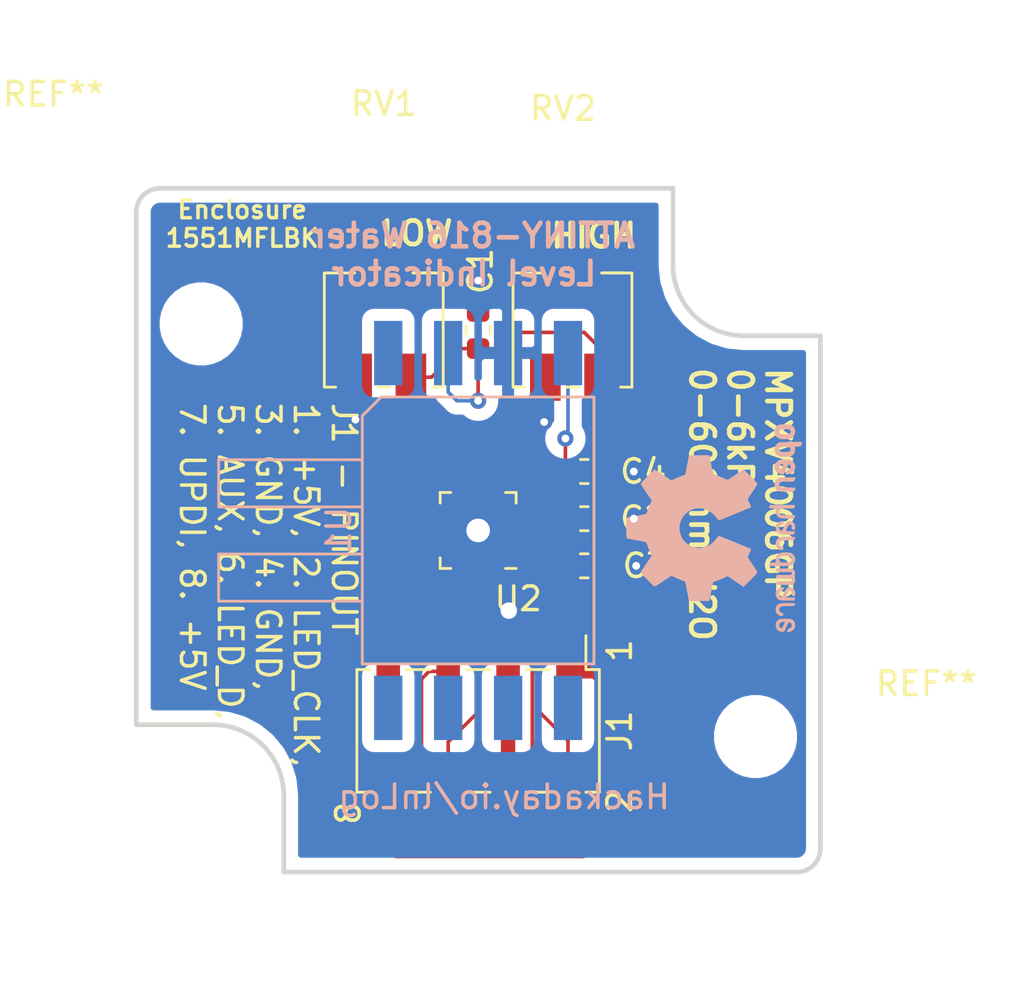
<source format=kicad_pcb>
(kicad_pcb (version 20171130) (host pcbnew "(5.1.5)-3")

  (general
    (thickness 1.6002)
    (drawings 34)
    (tracks 97)
    (zones 0)
    (modules 12)
    (nets 10)
  )

  (page A4)
  (layers
    (0 F.Cu signal)
    (31 B.Cu power)
    (32 B.Adhes user)
    (33 F.Adhes user)
    (34 B.Paste user)
    (35 F.Paste user)
    (36 B.SilkS user)
    (37 F.SilkS user)
    (38 B.Mask user)
    (39 F.Mask user)
    (40 Dwgs.User user)
    (41 Cmts.User user)
    (42 Eco1.User user)
    (43 Eco2.User user)
    (44 Edge.Cuts user)
    (45 Margin user)
    (46 B.CrtYd user)
    (47 F.CrtYd user)
    (48 B.Fab user hide)
    (49 F.Fab user hide)
  )

  (setup
    (last_trace_width 0.1524)
    (user_trace_width 0.1524)
    (user_trace_width 0.254)
    (user_trace_width 0.3048)
    (user_trace_width 0.4064)
    (user_trace_width 0.6096)
    (user_trace_width 0.8128)
    (user_trace_width 1.27)
    (user_trace_width 1.778)
    (trace_clearance 0.1524)
    (zone_clearance 0.508)
    (zone_45_only no)
    (trace_min 0.1524)
    (via_size 0.6858)
    (via_drill 0.3302)
    (via_min_size 0.6858)
    (via_min_drill 0.3302)
    (user_via 0.8 0.5)
    (user_via 0.91 0.6)
    (user_via 1.05 0.7)
    (user_via 1.2 0.8)
    (user_via 1.35 0.9)
    (user_via 1.5 1)
    (user_via 1.8 1.2)
    (user_via 2.1 1.4)
    (uvia_size 0.762)
    (uvia_drill 0.508)
    (uvias_allowed no)
    (uvia_min_size 0.2)
    (uvia_min_drill 0.1)
    (edge_width 0.2)
    (segment_width 0.2)
    (pcb_text_width 0.3)
    (pcb_text_size 1.5 1.5)
    (mod_edge_width 0.15)
    (mod_text_size 1 1)
    (mod_text_width 0.15)
    (pad_size 1.524 1.524)
    (pad_drill 0.762)
    (pad_to_mask_clearance 0.2)
    (aux_axis_origin 0 0)
    (visible_elements 7FFFFFFF)
    (pcbplotparams
      (layerselection 0x010fc_ffffffff)
      (usegerberextensions false)
      (usegerberattributes false)
      (usegerberadvancedattributes false)
      (creategerberjobfile false)
      (excludeedgelayer true)
      (linewidth 0.100000)
      (plotframeref false)
      (viasonmask false)
      (mode 1)
      (useauxorigin false)
      (hpglpennumber 1)
      (hpglpenspeed 20)
      (hpglpendiameter 15.000000)
      (psnegative false)
      (psa4output false)
      (plotreference true)
      (plotvalue true)
      (plotinvisibletext false)
      (padsonsilk false)
      (subtractmaskfromsilk false)
      (outputformat 1)
      (mirror false)
      (drillshape 1)
      (scaleselection 1)
      (outputdirectory ""))
  )

  (net 0 "")
  (net 1 +5V)
  (net 2 GND)
  (net 3 /low)
  (net 4 /high)
  (net 5 /pressure)
  (net 6 /UDPI)
  (net 7 /LED_data)
  (net 8 /LED_CLK)
  (net 9 /AUX)

  (net_class Default "This is the default net class."
    (clearance 0.1524)
    (trace_width 0.1524)
    (via_dia 0.6858)
    (via_drill 0.3302)
    (uvia_dia 0.762)
    (uvia_drill 0.508)
    (add_net +5V)
    (add_net /AUX)
    (add_net /LED_CLK)
    (add_net /LED_data)
    (add_net /UDPI)
    (add_net /high)
    (add_net /low)
    (add_net /pressure)
    (add_net GND)
  )

  (module MountingHole:MountingHole_2.5mm (layer F.Cu) (tedit 56D1B4CB) (tstamp 5EA24570)
    (at 137.26 117.24)
    (descr "Mounting Hole 2.5mm, no annular")
    (tags "mounting hole 2.5mm no annular")
    (attr virtual)
    (fp_text reference REF** (at 7.24 -2.24) (layer F.SilkS)
      (effects (font (size 1 1) (thickness 0.15)))
    )
    (fp_text value MountingHole_2.5mm (at 0 3.5) (layer F.Fab)
      (effects (font (size 1 1) (thickness 0.15)))
    )
    (fp_text user %R (at 0.3 0) (layer F.Fab)
      (effects (font (size 1 1) (thickness 0.15)))
    )
    (fp_circle (center 0 0) (end 2.5 0) (layer Cmts.User) (width 0.15))
    (fp_circle (center 0 0) (end 2.75 0) (layer F.CrtYd) (width 0.05))
    (pad 1 np_thru_hole circle (at 0 0) (size 2.5 2.5) (drill 2.5) (layers *.Cu *.Mask))
  )

  (module MountingHole:MountingHole_2.5mm (layer F.Cu) (tedit 56D1B4CB) (tstamp 5EA2455B)
    (at 113.76 99.74)
    (descr "Mounting Hole 2.5mm, no annular")
    (tags "mounting hole 2.5mm no annular")
    (attr virtual)
    (fp_text reference REF** (at -6.26 -9.74) (layer F.SilkS)
      (effects (font (size 1 1) (thickness 0.15)))
    )
    (fp_text value MountingHole_2.5mm (at 0 3.5) (layer F.Fab)
      (effects (font (size 1 1) (thickness 0.15)))
    )
    (fp_circle (center 0 0) (end 2.75 0) (layer F.CrtYd) (width 0.05))
    (fp_circle (center 0 0) (end 2.5 0) (layer Cmts.User) (width 0.15))
    (fp_text user %R (at 0.3 0) (layer F.Fab)
      (effects (font (size 1 1) (thickness 0.15)))
    )
    (pad 1 np_thru_hole circle (at 0 0) (size 2.5 2.5) (drill 2.5) (layers *.Cu *.Mask))
  )

  (module Symbol:OSHW-Logo2_9.8x8mm_SilkScreen (layer B.Cu) (tedit 0) (tstamp 5EA2782B)
    (at 135.5 108.4 270)
    (descr "Open Source Hardware Symbol")
    (tags "Logo Symbol OSHW")
    (attr virtual)
    (fp_text reference REF** (at 0 0 270) (layer B.SilkS) hide
      (effects (font (size 1 1) (thickness 0.15)) (justify mirror))
    )
    (fp_text value OSHW-Logo2_9.8x8mm_SilkScreen (at 0.75 0 270) (layer B.Fab) hide
      (effects (font (size 1 1) (thickness 0.15)) (justify mirror))
    )
    (fp_poly (pts (xy 0.139878 3.712224) (xy 0.245612 3.711645) (xy 0.322132 3.710078) (xy 0.374372 3.707028)
      (xy 0.407263 3.702004) (xy 0.425737 3.694511) (xy 0.434727 3.684056) (xy 0.439163 3.670147)
      (xy 0.439594 3.668346) (xy 0.446333 3.635855) (xy 0.458808 3.571748) (xy 0.475719 3.482849)
      (xy 0.495771 3.375981) (xy 0.517664 3.257967) (xy 0.518429 3.253822) (xy 0.540359 3.138169)
      (xy 0.560877 3.035986) (xy 0.578659 2.953402) (xy 0.592381 2.896544) (xy 0.600718 2.871542)
      (xy 0.601116 2.871099) (xy 0.625677 2.85889) (xy 0.676315 2.838544) (xy 0.742095 2.814455)
      (xy 0.742461 2.814326) (xy 0.825317 2.783182) (xy 0.923 2.743509) (xy 1.015077 2.703619)
      (xy 1.019434 2.701647) (xy 1.169407 2.63358) (xy 1.501498 2.860361) (xy 1.603374 2.929496)
      (xy 1.695657 2.991303) (xy 1.773003 3.042267) (xy 1.830064 3.078873) (xy 1.861495 3.097606)
      (xy 1.864479 3.098996) (xy 1.887321 3.09281) (xy 1.929982 3.062965) (xy 1.994128 3.008053)
      (xy 2.081421 2.926666) (xy 2.170535 2.840078) (xy 2.256441 2.754753) (xy 2.333327 2.676892)
      (xy 2.396564 2.611303) (xy 2.441523 2.562795) (xy 2.463576 2.536175) (xy 2.464396 2.534805)
      (xy 2.466834 2.516537) (xy 2.45765 2.486705) (xy 2.434574 2.441279) (xy 2.395337 2.37623)
      (xy 2.33767 2.28753) (xy 2.260795 2.173343) (xy 2.19257 2.072838) (xy 2.131582 1.982697)
      (xy 2.081356 1.908151) (xy 2.045416 1.854435) (xy 2.027287 1.826782) (xy 2.026146 1.824905)
      (xy 2.028359 1.79841) (xy 2.045138 1.746914) (xy 2.073142 1.680149) (xy 2.083122 1.658828)
      (xy 2.126672 1.563841) (xy 2.173134 1.456063) (xy 2.210877 1.362808) (xy 2.238073 1.293594)
      (xy 2.259675 1.240994) (xy 2.272158 1.213503) (xy 2.273709 1.211384) (xy 2.296668 1.207876)
      (xy 2.350786 1.198262) (xy 2.428868 1.183911) (xy 2.523719 1.166193) (xy 2.628143 1.146475)
      (xy 2.734944 1.126126) (xy 2.836926 1.106514) (xy 2.926894 1.089009) (xy 2.997653 1.074978)
      (xy 3.042006 1.065791) (xy 3.052885 1.063193) (xy 3.064122 1.056782) (xy 3.072605 1.042303)
      (xy 3.078714 1.014867) (xy 3.082832 0.969589) (xy 3.085341 0.90158) (xy 3.086621 0.805953)
      (xy 3.087054 0.67782) (xy 3.087077 0.625299) (xy 3.087077 0.198155) (xy 2.9845 0.177909)
      (xy 2.927431 0.16693) (xy 2.842269 0.150905) (xy 2.739372 0.131767) (xy 2.629096 0.111449)
      (xy 2.598615 0.105868) (xy 2.496855 0.086083) (xy 2.408205 0.066627) (xy 2.340108 0.049303)
      (xy 2.300004 0.035912) (xy 2.293323 0.031921) (xy 2.276919 0.003658) (xy 2.253399 -0.051109)
      (xy 2.227316 -0.121588) (xy 2.222142 -0.136769) (xy 2.187956 -0.230896) (xy 2.145523 -0.337101)
      (xy 2.103997 -0.432473) (xy 2.103792 -0.432916) (xy 2.03464 -0.582525) (xy 2.489512 -1.251617)
      (xy 2.1975 -1.544116) (xy 2.10918 -1.63117) (xy 2.028625 -1.707909) (xy 1.96036 -1.770237)
      (xy 1.908908 -1.814056) (xy 1.878794 -1.83527) (xy 1.874474 -1.836616) (xy 1.849111 -1.826016)
      (xy 1.797358 -1.796547) (xy 1.724868 -1.751705) (xy 1.637294 -1.694984) (xy 1.542612 -1.631462)
      (xy 1.446516 -1.566668) (xy 1.360837 -1.510287) (xy 1.291016 -1.465788) (xy 1.242494 -1.436639)
      (xy 1.220782 -1.426308) (xy 1.194293 -1.43505) (xy 1.144062 -1.458087) (xy 1.080451 -1.490631)
      (xy 1.073708 -1.494249) (xy 0.988046 -1.53721) (xy 0.929306 -1.558279) (xy 0.892772 -1.558503)
      (xy 0.873731 -1.538928) (xy 0.87362 -1.538654) (xy 0.864102 -1.515472) (xy 0.841403 -1.460441)
      (xy 0.807282 -1.377822) (xy 0.7635 -1.271872) (xy 0.711816 -1.146852) (xy 0.653992 -1.00702)
      (xy 0.597991 -0.871637) (xy 0.536447 -0.722234) (xy 0.479939 -0.583832) (xy 0.430161 -0.460673)
      (xy 0.388806 -0.357002) (xy 0.357568 -0.277059) (xy 0.338141 -0.225088) (xy 0.332154 -0.205692)
      (xy 0.347168 -0.183443) (xy 0.386439 -0.147982) (xy 0.438807 -0.108887) (xy 0.587941 0.014755)
      (xy 0.704511 0.156478) (xy 0.787118 0.313296) (xy 0.834366 0.482225) (xy 0.844857 0.660278)
      (xy 0.837231 0.742461) (xy 0.795682 0.912969) (xy 0.724123 1.063541) (xy 0.626995 1.192691)
      (xy 0.508734 1.298936) (xy 0.37378 1.38079) (xy 0.226571 1.436768) (xy 0.071544 1.465385)
      (xy -0.086861 1.465156) (xy -0.244206 1.434595) (xy -0.396054 1.372218) (xy -0.537965 1.27654)
      (xy -0.597197 1.222428) (xy -0.710797 1.08348) (xy -0.789894 0.931639) (xy -0.835014 0.771333)
      (xy -0.846684 0.606988) (xy -0.825431 0.443029) (xy -0.77178 0.283882) (xy -0.68626 0.133975)
      (xy -0.569395 -0.002267) (xy -0.438807 -0.108887) (xy -0.384412 -0.149642) (xy -0.345986 -0.184718)
      (xy -0.332154 -0.205726) (xy -0.339397 -0.228635) (xy -0.359995 -0.283365) (xy -0.392254 -0.365672)
      (xy -0.434479 -0.471315) (xy -0.484977 -0.59605) (xy -0.542052 -0.735636) (xy -0.598146 -0.87167)
      (xy -0.660033 -1.021201) (xy -0.717356 -1.159767) (xy -0.768356 -1.283107) (xy -0.811273 -1.386964)
      (xy -0.844347 -1.46708) (xy -0.865819 -1.519195) (xy -0.873775 -1.538654) (xy -0.892571 -1.558423)
      (xy -0.928926 -1.558365) (xy -0.987521 -1.537441) (xy -1.073032 -1.494613) (xy -1.073708 -1.494249)
      (xy -1.138093 -1.461012) (xy -1.190139 -1.436802) (xy -1.219488 -1.426404) (xy -1.220783 -1.426308)
      (xy -1.242876 -1.436855) (xy -1.291652 -1.466184) (xy -1.361669 -1.510827) (xy -1.447486 -1.567314)
      (xy -1.542612 -1.631462) (xy -1.63946 -1.696411) (xy -1.726747 -1.752896) (xy -1.798819 -1.797421)
      (xy -1.850023 -1.82649) (xy -1.874474 -1.836616) (xy -1.89699 -1.823307) (xy -1.942258 -1.786112)
      (xy -2.005756 -1.729128) (xy -2.082961 -1.656449) (xy -2.169349 -1.572171) (xy -2.197601 -1.544016)
      (xy -2.489713 -1.251416) (xy -2.267369 -0.925104) (xy -2.199798 -0.824897) (xy -2.140493 -0.734963)
      (xy -2.092783 -0.66051) (xy -2.059993 -0.606751) (xy -2.045452 -0.578894) (xy -2.045026 -0.576912)
      (xy -2.052692 -0.550655) (xy -2.073311 -0.497837) (xy -2.103315 -0.42731) (xy -2.124375 -0.380093)
      (xy -2.163752 -0.289694) (xy -2.200835 -0.198366) (xy -2.229585 -0.1212) (xy -2.237395 -0.097692)
      (xy -2.259583 -0.034916) (xy -2.281273 0.013589) (xy -2.293187 0.031921) (xy -2.319477 0.043141)
      (xy -2.376858 0.059046) (xy -2.457882 0.077833) (xy -2.555105 0.097701) (xy -2.598615 0.105868)
      (xy -2.709104 0.126171) (xy -2.815084 0.14583) (xy -2.906199 0.162912) (xy -2.972092 0.175482)
      (xy -2.9845 0.177909) (xy -3.087077 0.198155) (xy -3.087077 0.625299) (xy -3.086847 0.765754)
      (xy -3.085901 0.872021) (xy -3.083859 0.948987) (xy -3.080338 1.00154) (xy -3.074957 1.034567)
      (xy -3.067334 1.052955) (xy -3.057088 1.061592) (xy -3.052885 1.063193) (xy -3.02753 1.068873)
      (xy -2.971516 1.080205) (xy -2.892036 1.095821) (xy -2.796288 1.114353) (xy -2.691467 1.134431)
      (xy -2.584768 1.154688) (xy -2.483387 1.173754) (xy -2.394521 1.190261) (xy -2.325363 1.202841)
      (xy -2.283111 1.210125) (xy -2.27371 1.211384) (xy -2.265193 1.228237) (xy -2.24634 1.27313)
      (xy -2.220676 1.33757) (xy -2.210877 1.362808) (xy -2.171352 1.460314) (xy -2.124808 1.568041)
      (xy -2.083123 1.658828) (xy -2.05245 1.728247) (xy -2.032044 1.78529) (xy -2.025232 1.820223)
      (xy -2.026318 1.824905) (xy -2.040715 1.847009) (xy -2.073588 1.896169) (xy -2.12141 1.967152)
      (xy -2.180652 2.054722) (xy -2.247785 2.153643) (xy -2.261059 2.17317) (xy -2.338954 2.28886)
      (xy -2.396213 2.376956) (xy -2.435119 2.441514) (xy -2.457956 2.486589) (xy -2.467006 2.516237)
      (xy -2.464552 2.534515) (xy -2.464489 2.534631) (xy -2.445173 2.558639) (xy -2.402449 2.605053)
      (xy -2.340949 2.669063) (xy -2.265302 2.745855) (xy -2.180139 2.830618) (xy -2.170535 2.840078)
      (xy -2.06321 2.944011) (xy -1.980385 3.020325) (xy -1.920395 3.070429) (xy -1.881577 3.09573)
      (xy -1.86448 3.098996) (xy -1.839527 3.08475) (xy -1.787745 3.051844) (xy -1.71448 3.003792)
      (xy -1.62508 2.94411) (xy -1.524889 2.876312) (xy -1.501499 2.860361) (xy -1.169407 2.63358)
      (xy -1.019435 2.701647) (xy -0.92823 2.741315) (xy -0.830331 2.781209) (xy -0.746169 2.813017)
      (xy -0.742462 2.814326) (xy -0.676631 2.838424) (xy -0.625884 2.8588) (xy -0.601158 2.871064)
      (xy -0.601116 2.871099) (xy -0.593271 2.893266) (xy -0.579934 2.947783) (xy -0.56243 3.02852)
      (xy -0.542083 3.12935) (xy -0.520218 3.244144) (xy -0.518429 3.253822) (xy -0.496496 3.372096)
      (xy -0.47636 3.479458) (xy -0.45932 3.569083) (xy -0.446672 3.634149) (xy -0.439716 3.667832)
      (xy -0.439594 3.668346) (xy -0.435361 3.682675) (xy -0.427129 3.693493) (xy -0.409967 3.701294)
      (xy -0.378942 3.706571) (xy -0.329122 3.709818) (xy -0.255576 3.711528) (xy -0.153371 3.712193)
      (xy -0.017575 3.712307) (xy 0 3.712308) (xy 0.139878 3.712224)) (layer B.SilkS) (width 0.01))
    (fp_poly (pts (xy 4.245224 -2.647838) (xy 4.322528 -2.698361) (xy 4.359814 -2.74359) (xy 4.389353 -2.825663)
      (xy 4.391699 -2.890607) (xy 4.386385 -2.977445) (xy 4.186115 -3.065103) (xy 4.088739 -3.109887)
      (xy 4.025113 -3.145913) (xy 3.992029 -3.177117) (xy 3.98628 -3.207436) (xy 4.004658 -3.240805)
      (xy 4.024923 -3.262923) (xy 4.083889 -3.298393) (xy 4.148024 -3.300879) (xy 4.206926 -3.273235)
      (xy 4.250197 -3.21832) (xy 4.257936 -3.198928) (xy 4.295006 -3.138364) (xy 4.337654 -3.112552)
      (xy 4.396154 -3.090471) (xy 4.396154 -3.174184) (xy 4.390982 -3.23115) (xy 4.370723 -3.279189)
      (xy 4.328262 -3.334346) (xy 4.321951 -3.341514) (xy 4.27472 -3.390585) (xy 4.234121 -3.41692)
      (xy 4.183328 -3.429035) (xy 4.14122 -3.433003) (xy 4.065902 -3.433991) (xy 4.012286 -3.421466)
      (xy 3.978838 -3.402869) (xy 3.926268 -3.361975) (xy 3.889879 -3.317748) (xy 3.86685 -3.262126)
      (xy 3.854359 -3.187047) (xy 3.849587 -3.084449) (xy 3.849206 -3.032376) (xy 3.850501 -2.969948)
      (xy 3.968471 -2.969948) (xy 3.969839 -3.003438) (xy 3.973249 -3.008923) (xy 3.995753 -3.001472)
      (xy 4.044182 -2.981753) (xy 4.108908 -2.953718) (xy 4.122443 -2.947692) (xy 4.204244 -2.906096)
      (xy 4.249312 -2.869538) (xy 4.259217 -2.835296) (xy 4.235526 -2.800648) (xy 4.21596 -2.785339)
      (xy 4.14536 -2.754721) (xy 4.07928 -2.75978) (xy 4.023959 -2.797151) (xy 3.985636 -2.863473)
      (xy 3.973349 -2.916116) (xy 3.968471 -2.969948) (xy 3.850501 -2.969948) (xy 3.85173 -2.91072)
      (xy 3.861032 -2.82071) (xy 3.87946 -2.755167) (xy 3.90936 -2.706912) (xy 3.95308 -2.668767)
      (xy 3.972141 -2.65644) (xy 4.058726 -2.624336) (xy 4.153522 -2.622316) (xy 4.245224 -2.647838)) (layer B.SilkS) (width 0.01))
    (fp_poly (pts (xy 3.570807 -2.636782) (xy 3.594161 -2.646988) (xy 3.649902 -2.691134) (xy 3.697569 -2.754967)
      (xy 3.727048 -2.823087) (xy 3.731846 -2.85667) (xy 3.71576 -2.903556) (xy 3.680475 -2.928365)
      (xy 3.642644 -2.943387) (xy 3.625321 -2.946155) (xy 3.616886 -2.926066) (xy 3.60023 -2.882351)
      (xy 3.592923 -2.862598) (xy 3.551948 -2.794271) (xy 3.492622 -2.760191) (xy 3.416552 -2.761239)
      (xy 3.410918 -2.762581) (xy 3.370305 -2.781836) (xy 3.340448 -2.819375) (xy 3.320055 -2.879809)
      (xy 3.307836 -2.967751) (xy 3.3025 -3.087813) (xy 3.302 -3.151698) (xy 3.301752 -3.252403)
      (xy 3.300126 -3.321054) (xy 3.295801 -3.364673) (xy 3.287454 -3.390282) (xy 3.273765 -3.404903)
      (xy 3.253411 -3.415558) (xy 3.252234 -3.416095) (xy 3.213038 -3.432667) (xy 3.193619 -3.438769)
      (xy 3.190635 -3.420319) (xy 3.188081 -3.369323) (xy 3.18614 -3.292308) (xy 3.184997 -3.195805)
      (xy 3.184769 -3.125184) (xy 3.185932 -2.988525) (xy 3.190479 -2.884851) (xy 3.199999 -2.808108)
      (xy 3.216081 -2.752246) (xy 3.240313 -2.711212) (xy 3.274286 -2.678954) (xy 3.307833 -2.65644)
      (xy 3.388499 -2.626476) (xy 3.482381 -2.619718) (xy 3.570807 -2.636782)) (layer B.SilkS) (width 0.01))
    (fp_poly (pts (xy 2.887333 -2.633528) (xy 2.94359 -2.659117) (xy 2.987747 -2.690124) (xy 3.020101 -2.724795)
      (xy 3.042438 -2.76952) (xy 3.056546 -2.830692) (xy 3.064211 -2.914701) (xy 3.06722 -3.02794)
      (xy 3.067538 -3.102509) (xy 3.067538 -3.39342) (xy 3.017773 -3.416095) (xy 2.978576 -3.432667)
      (xy 2.959157 -3.438769) (xy 2.955442 -3.42061) (xy 2.952495 -3.371648) (xy 2.950691 -3.300153)
      (xy 2.950308 -3.243385) (xy 2.948661 -3.161371) (xy 2.944222 -3.096309) (xy 2.93774 -3.056467)
      (xy 2.93259 -3.048) (xy 2.897977 -3.056646) (xy 2.84364 -3.078823) (xy 2.780722 -3.108886)
      (xy 2.720368 -3.141192) (xy 2.673721 -3.170098) (xy 2.651926 -3.189961) (xy 2.651839 -3.190175)
      (xy 2.653714 -3.226935) (xy 2.670525 -3.262026) (xy 2.700039 -3.290528) (xy 2.743116 -3.300061)
      (xy 2.779932 -3.29895) (xy 2.832074 -3.298133) (xy 2.859444 -3.310349) (xy 2.875882 -3.342624)
      (xy 2.877955 -3.34871) (xy 2.885081 -3.394739) (xy 2.866024 -3.422687) (xy 2.816353 -3.436007)
      (xy 2.762697 -3.43847) (xy 2.666142 -3.42021) (xy 2.616159 -3.394131) (xy 2.554429 -3.332868)
      (xy 2.52169 -3.25767) (xy 2.518753 -3.178211) (xy 2.546424 -3.104167) (xy 2.588047 -3.057769)
      (xy 2.629604 -3.031793) (xy 2.694922 -2.998907) (xy 2.771038 -2.965557) (xy 2.783726 -2.960461)
      (xy 2.867333 -2.923565) (xy 2.91553 -2.891046) (xy 2.93103 -2.858718) (xy 2.91655 -2.822394)
      (xy 2.891692 -2.794) (xy 2.832939 -2.759039) (xy 2.768293 -2.756417) (xy 2.709008 -2.783358)
      (xy 2.666339 -2.837088) (xy 2.660739 -2.85095) (xy 2.628133 -2.901936) (xy 2.58053 -2.939787)
      (xy 2.520461 -2.97085) (xy 2.520461 -2.882768) (xy 2.523997 -2.828951) (xy 2.539156 -2.786534)
      (xy 2.572768 -2.741279) (xy 2.605035 -2.70642) (xy 2.655209 -2.657062) (xy 2.694193 -2.630547)
      (xy 2.736064 -2.619911) (xy 2.78346 -2.618154) (xy 2.887333 -2.633528)) (layer B.SilkS) (width 0.01))
    (fp_poly (pts (xy 2.395929 -2.636662) (xy 2.398911 -2.688068) (xy 2.401247 -2.766192) (xy 2.402749 -2.864857)
      (xy 2.403231 -2.968343) (xy 2.403231 -3.318533) (xy 2.341401 -3.380363) (xy 2.298793 -3.418462)
      (xy 2.26139 -3.433895) (xy 2.21027 -3.432918) (xy 2.189978 -3.430433) (xy 2.126554 -3.4232)
      (xy 2.074095 -3.419055) (xy 2.061308 -3.418672) (xy 2.018199 -3.421176) (xy 1.956544 -3.427462)
      (xy 1.932638 -3.430433) (xy 1.873922 -3.435028) (xy 1.834464 -3.425046) (xy 1.795338 -3.394228)
      (xy 1.781215 -3.380363) (xy 1.719385 -3.318533) (xy 1.719385 -2.663503) (xy 1.76915 -2.640829)
      (xy 1.812002 -2.624034) (xy 1.837073 -2.618154) (xy 1.843501 -2.636736) (xy 1.849509 -2.688655)
      (xy 1.854697 -2.768172) (xy 1.858664 -2.869546) (xy 1.860577 -2.955192) (xy 1.865923 -3.292231)
      (xy 1.91256 -3.298825) (xy 1.954976 -3.294214) (xy 1.97576 -3.279287) (xy 1.98157 -3.251377)
      (xy 1.98653 -3.191925) (xy 1.990246 -3.108466) (xy 1.992324 -3.008532) (xy 1.992624 -2.957104)
      (xy 1.992923 -2.661054) (xy 2.054454 -2.639604) (xy 2.098004 -2.62502) (xy 2.121694 -2.618219)
      (xy 2.122377 -2.618154) (xy 2.124754 -2.636642) (xy 2.127366 -2.687906) (xy 2.129995 -2.765649)
      (xy 2.132421 -2.863574) (xy 2.134115 -2.955192) (xy 2.139461 -3.292231) (xy 2.256692 -3.292231)
      (xy 2.262072 -2.984746) (xy 2.267451 -2.677261) (xy 2.324601 -2.647707) (xy 2.366797 -2.627413)
      (xy 2.39177 -2.618204) (xy 2.392491 -2.618154) (xy 2.395929 -2.636662)) (layer B.SilkS) (width 0.01))
    (fp_poly (pts (xy 1.602081 -2.780289) (xy 1.601833 -2.92632) (xy 1.600872 -3.038655) (xy 1.598794 -3.122678)
      (xy 1.595193 -3.183769) (xy 1.589665 -3.227309) (xy 1.581804 -3.258679) (xy 1.571207 -3.283262)
      (xy 1.563182 -3.297294) (xy 1.496728 -3.373388) (xy 1.41247 -3.421084) (xy 1.319249 -3.438199)
      (xy 1.2259 -3.422546) (xy 1.170312 -3.394418) (xy 1.111957 -3.34576) (xy 1.072186 -3.286333)
      (xy 1.04819 -3.208507) (xy 1.037161 -3.104652) (xy 1.035599 -3.028462) (xy 1.035809 -3.022986)
      (xy 1.172308 -3.022986) (xy 1.173141 -3.110355) (xy 1.176961 -3.168192) (xy 1.185746 -3.206029)
      (xy 1.201474 -3.233398) (xy 1.220266 -3.254042) (xy 1.283375 -3.29389) (xy 1.351137 -3.297295)
      (xy 1.415179 -3.264025) (xy 1.420164 -3.259517) (xy 1.441439 -3.236067) (xy 1.454779 -3.208166)
      (xy 1.462001 -3.166641) (xy 1.464923 -3.102316) (xy 1.465385 -3.0312) (xy 1.464383 -2.941858)
      (xy 1.460238 -2.882258) (xy 1.451236 -2.843089) (xy 1.435667 -2.81504) (xy 1.422902 -2.800144)
      (xy 1.3636 -2.762575) (xy 1.295301 -2.758057) (xy 1.23011 -2.786753) (xy 1.217528 -2.797406)
      (xy 1.196111 -2.821063) (xy 1.182744 -2.849251) (xy 1.175566 -2.891245) (xy 1.172719 -2.956319)
      (xy 1.172308 -3.022986) (xy 1.035809 -3.022986) (xy 1.040322 -2.905765) (xy 1.056362 -2.813577)
      (xy 1.086528 -2.744269) (xy 1.133629 -2.690211) (xy 1.170312 -2.662505) (xy 1.23699 -2.632572)
      (xy 1.314272 -2.618678) (xy 1.38611 -2.622397) (xy 1.426308 -2.6374) (xy 1.442082 -2.64167)
      (xy 1.45255 -2.62575) (xy 1.459856 -2.583089) (xy 1.465385 -2.518106) (xy 1.471437 -2.445732)
      (xy 1.479844 -2.402187) (xy 1.495141 -2.377287) (xy 1.521864 -2.360845) (xy 1.538654 -2.353564)
      (xy 1.602154 -2.326963) (xy 1.602081 -2.780289)) (layer B.SilkS) (width 0.01))
    (fp_poly (pts (xy 0.713362 -2.62467) (xy 0.802117 -2.657421) (xy 0.874022 -2.71535) (xy 0.902144 -2.756128)
      (xy 0.932802 -2.830954) (xy 0.932165 -2.885058) (xy 0.899987 -2.921446) (xy 0.888081 -2.927633)
      (xy 0.836675 -2.946925) (xy 0.810422 -2.941982) (xy 0.80153 -2.909587) (xy 0.801077 -2.891692)
      (xy 0.784797 -2.825859) (xy 0.742365 -2.779807) (xy 0.683388 -2.757564) (xy 0.617475 -2.763161)
      (xy 0.563895 -2.792229) (xy 0.545798 -2.80881) (xy 0.532971 -2.828925) (xy 0.524306 -2.859332)
      (xy 0.518696 -2.906788) (xy 0.515035 -2.97805) (xy 0.512215 -3.079875) (xy 0.511484 -3.112115)
      (xy 0.50882 -3.22241) (xy 0.505792 -3.300036) (xy 0.50125 -3.351396) (xy 0.494046 -3.38289)
      (xy 0.483033 -3.40092) (xy 0.46706 -3.411888) (xy 0.456834 -3.416733) (xy 0.413406 -3.433301)
      (xy 0.387842 -3.438769) (xy 0.379395 -3.420507) (xy 0.374239 -3.365296) (xy 0.372346 -3.272499)
      (xy 0.373689 -3.141478) (xy 0.374107 -3.121269) (xy 0.377058 -3.001733) (xy 0.380548 -2.914449)
      (xy 0.385514 -2.852591) (xy 0.392893 -2.809336) (xy 0.403624 -2.77786) (xy 0.418645 -2.751339)
      (xy 0.426502 -2.739975) (xy 0.471553 -2.689692) (xy 0.52194 -2.650581) (xy 0.528108 -2.647167)
      (xy 0.618458 -2.620212) (xy 0.713362 -2.62467)) (layer B.SilkS) (width 0.01))
    (fp_poly (pts (xy 0.053501 -2.626303) (xy 0.13006 -2.654733) (xy 0.130936 -2.655279) (xy 0.178285 -2.690127)
      (xy 0.213241 -2.730852) (xy 0.237825 -2.783925) (xy 0.254062 -2.855814) (xy 0.263975 -2.952992)
      (xy 0.269586 -3.081928) (xy 0.270077 -3.100298) (xy 0.277141 -3.377287) (xy 0.217695 -3.408028)
      (xy 0.174681 -3.428802) (xy 0.14871 -3.438646) (xy 0.147509 -3.438769) (xy 0.143014 -3.420606)
      (xy 0.139444 -3.371612) (xy 0.137248 -3.300031) (xy 0.136769 -3.242068) (xy 0.136758 -3.14817)
      (xy 0.132466 -3.089203) (xy 0.117503 -3.061079) (xy 0.085482 -3.059706) (xy 0.030014 -3.080998)
      (xy -0.053731 -3.120136) (xy -0.115311 -3.152643) (xy -0.146983 -3.180845) (xy -0.156294 -3.211582)
      (xy -0.156308 -3.213104) (xy -0.140943 -3.266054) (xy -0.095453 -3.29466) (xy -0.025834 -3.298803)
      (xy 0.024313 -3.298084) (xy 0.050754 -3.312527) (xy 0.067243 -3.347218) (xy 0.076733 -3.391416)
      (xy 0.063057 -3.416493) (xy 0.057907 -3.420082) (xy 0.009425 -3.434496) (xy -0.058469 -3.436537)
      (xy -0.128388 -3.426983) (xy -0.177932 -3.409522) (xy -0.24643 -3.351364) (xy -0.285366 -3.270408)
      (xy -0.293077 -3.20716) (xy -0.287193 -3.150111) (xy -0.265899 -3.103542) (xy -0.223735 -3.062181)
      (xy -0.155241 -3.020755) (xy -0.054956 -2.973993) (xy -0.048846 -2.97135) (xy 0.04149 -2.929617)
      (xy 0.097235 -2.895391) (xy 0.121129 -2.864635) (xy 0.115913 -2.833311) (xy 0.084328 -2.797383)
      (xy 0.074883 -2.789116) (xy 0.011617 -2.757058) (xy -0.053936 -2.758407) (xy -0.111028 -2.789838)
      (xy -0.148907 -2.848024) (xy -0.152426 -2.859446) (xy -0.1867 -2.914837) (xy -0.230191 -2.941518)
      (xy -0.293077 -2.96796) (xy -0.293077 -2.899548) (xy -0.273948 -2.80011) (xy -0.217169 -2.708902)
      (xy -0.187622 -2.678389) (xy -0.120458 -2.639228) (xy -0.035044 -2.6215) (xy 0.053501 -2.626303)) (layer B.SilkS) (width 0.01))
    (fp_poly (pts (xy -0.840154 -2.49212) (xy -0.834428 -2.57198) (xy -0.827851 -2.619039) (xy -0.818738 -2.639566)
      (xy -0.805402 -2.639829) (xy -0.801077 -2.637378) (xy -0.743556 -2.619636) (xy -0.668732 -2.620672)
      (xy -0.592661 -2.63891) (xy -0.545082 -2.662505) (xy -0.496298 -2.700198) (xy -0.460636 -2.742855)
      (xy -0.436155 -2.797057) (xy -0.420913 -2.869384) (xy -0.41297 -2.966419) (xy -0.410384 -3.094742)
      (xy -0.410338 -3.119358) (xy -0.410308 -3.39587) (xy -0.471839 -3.41732) (xy -0.515541 -3.431912)
      (xy -0.539518 -3.438706) (xy -0.540223 -3.438769) (xy -0.542585 -3.420345) (xy -0.544594 -3.369526)
      (xy -0.546099 -3.292993) (xy -0.546947 -3.19743) (xy -0.547077 -3.139329) (xy -0.547349 -3.024771)
      (xy -0.548748 -2.942667) (xy -0.552151 -2.886393) (xy -0.558433 -2.849326) (xy -0.568471 -2.824844)
      (xy -0.583139 -2.806325) (xy -0.592298 -2.797406) (xy -0.655211 -2.761466) (xy -0.723864 -2.758775)
      (xy -0.786152 -2.78917) (xy -0.797671 -2.800144) (xy -0.814567 -2.820779) (xy -0.826286 -2.845256)
      (xy -0.833767 -2.880647) (xy -0.837946 -2.934026) (xy -0.839763 -3.012466) (xy -0.840154 -3.120617)
      (xy -0.840154 -3.39587) (xy -0.901685 -3.41732) (xy -0.945387 -3.431912) (xy -0.969364 -3.438706)
      (xy -0.97007 -3.438769) (xy -0.971874 -3.420069) (xy -0.9735 -3.367322) (xy -0.974883 -3.285557)
      (xy -0.975958 -3.179805) (xy -0.97666 -3.055094) (xy -0.976923 -2.916455) (xy -0.976923 -2.381806)
      (xy -0.849923 -2.328236) (xy -0.840154 -2.49212)) (layer B.SilkS) (width 0.01))
    (fp_poly (pts (xy -2.465746 -2.599745) (xy -2.388714 -2.651567) (xy -2.329184 -2.726412) (xy -2.293622 -2.821654)
      (xy -2.286429 -2.891756) (xy -2.287246 -2.921009) (xy -2.294086 -2.943407) (xy -2.312888 -2.963474)
      (xy -2.349592 -2.985733) (xy -2.410138 -3.014709) (xy -2.500466 -3.054927) (xy -2.500923 -3.055129)
      (xy -2.584067 -3.09321) (xy -2.652247 -3.127025) (xy -2.698495 -3.152933) (xy -2.715842 -3.167295)
      (xy -2.715846 -3.167411) (xy -2.700557 -3.198685) (xy -2.664804 -3.233157) (xy -2.623758 -3.25799)
      (xy -2.602963 -3.262923) (xy -2.54623 -3.245862) (xy -2.497373 -3.203133) (xy -2.473535 -3.156155)
      (xy -2.450603 -3.121522) (xy -2.405682 -3.082081) (xy -2.352877 -3.048009) (xy -2.30629 -3.02948)
      (xy -2.296548 -3.028462) (xy -2.285582 -3.045215) (xy -2.284921 -3.088039) (xy -2.29298 -3.145781)
      (xy -2.308173 -3.207289) (xy -2.328914 -3.261409) (xy -2.329962 -3.26351) (xy -2.392379 -3.35066)
      (xy -2.473274 -3.409939) (xy -2.565144 -3.439034) (xy -2.660487 -3.435634) (xy -2.751802 -3.397428)
      (xy -2.755862 -3.394741) (xy -2.827694 -3.329642) (xy -2.874927 -3.244705) (xy -2.901066 -3.133021)
      (xy -2.904574 -3.101643) (xy -2.910787 -2.953536) (xy -2.903339 -2.884468) (xy -2.715846 -2.884468)
      (xy -2.71341 -2.927552) (xy -2.700086 -2.940126) (xy -2.666868 -2.930719) (xy -2.614506 -2.908483)
      (xy -2.555976 -2.88061) (xy -2.554521 -2.879872) (xy -2.504911 -2.853777) (xy -2.485 -2.836363)
      (xy -2.48991 -2.818107) (xy -2.510584 -2.79412) (xy -2.563181 -2.759406) (xy -2.619823 -2.756856)
      (xy -2.670631 -2.782119) (xy -2.705724 -2.830847) (xy -2.715846 -2.884468) (xy -2.903339 -2.884468)
      (xy -2.898008 -2.835036) (xy -2.865222 -2.741055) (xy -2.819579 -2.675215) (xy -2.737198 -2.608681)
      (xy -2.646454 -2.575676) (xy -2.553815 -2.573573) (xy -2.465746 -2.599745)) (layer B.SilkS) (width 0.01))
    (fp_poly (pts (xy -3.983114 -2.587256) (xy -3.891536 -2.635409) (xy -3.823951 -2.712905) (xy -3.799943 -2.762727)
      (xy -3.781262 -2.837533) (xy -3.771699 -2.932052) (xy -3.770792 -3.03521) (xy -3.778079 -3.135935)
      (xy -3.793097 -3.223153) (xy -3.815385 -3.285791) (xy -3.822235 -3.296579) (xy -3.903368 -3.377105)
      (xy -3.999734 -3.425336) (xy -4.104299 -3.43945) (xy -4.210032 -3.417629) (xy -4.239457 -3.404547)
      (xy -4.296759 -3.364231) (xy -4.34705 -3.310775) (xy -4.351803 -3.303995) (xy -4.371122 -3.271321)
      (xy -4.383892 -3.236394) (xy -4.391436 -3.190414) (xy -4.395076 -3.124584) (xy -4.396135 -3.030105)
      (xy -4.396154 -3.008923) (xy -4.396106 -3.002182) (xy -4.200769 -3.002182) (xy -4.199632 -3.091349)
      (xy -4.195159 -3.15052) (xy -4.185754 -3.188741) (xy -4.169824 -3.215053) (xy -4.161692 -3.223846)
      (xy -4.114942 -3.257261) (xy -4.069553 -3.255737) (xy -4.02366 -3.226752) (xy -3.996288 -3.195809)
      (xy -3.980077 -3.150643) (xy -3.970974 -3.07942) (xy -3.970349 -3.071114) (xy -3.968796 -2.942037)
      (xy -3.985035 -2.846172) (xy -4.018848 -2.784107) (xy -4.070016 -2.756432) (xy -4.08828 -2.754923)
      (xy -4.13624 -2.762513) (xy -4.169047 -2.788808) (xy -4.189105 -2.839095) (xy -4.198822 -2.918664)
      (xy -4.200769 -3.002182) (xy -4.396106 -3.002182) (xy -4.395426 -2.908249) (xy -4.392371 -2.837906)
      (xy -4.385678 -2.789163) (xy -4.37404 -2.753288) (xy -4.356147 -2.721548) (xy -4.352192 -2.715648)
      (xy -4.285733 -2.636104) (xy -4.213315 -2.589929) (xy -4.125151 -2.571599) (xy -4.095213 -2.570703)
      (xy -3.983114 -2.587256)) (layer B.SilkS) (width 0.01))
    (fp_poly (pts (xy -1.728336 -2.595089) (xy -1.665633 -2.631358) (xy -1.622039 -2.667358) (xy -1.590155 -2.705075)
      (xy -1.56819 -2.751199) (xy -1.554351 -2.812421) (xy -1.546847 -2.895431) (xy -1.543883 -3.006919)
      (xy -1.543539 -3.087062) (xy -1.543539 -3.382065) (xy -1.709615 -3.456515) (xy -1.719385 -3.133402)
      (xy -1.723421 -3.012729) (xy -1.727656 -2.925141) (xy -1.732903 -2.86465) (xy -1.739975 -2.825268)
      (xy -1.749689 -2.801007) (xy -1.762856 -2.78588) (xy -1.767081 -2.782606) (xy -1.831091 -2.757034)
      (xy -1.895792 -2.767153) (xy -1.934308 -2.794) (xy -1.949975 -2.813024) (xy -1.96082 -2.837988)
      (xy -1.967712 -2.875834) (xy -1.971521 -2.933502) (xy -1.973117 -3.017935) (xy -1.973385 -3.105928)
      (xy -1.973437 -3.216323) (xy -1.975328 -3.294463) (xy -1.981655 -3.347165) (xy -1.995017 -3.381242)
      (xy -2.018015 -3.403511) (xy -2.053246 -3.420787) (xy -2.100303 -3.438738) (xy -2.151697 -3.458278)
      (xy -2.145579 -3.111485) (xy -2.143116 -2.986468) (xy -2.140233 -2.894082) (xy -2.136102 -2.827881)
      (xy -2.129893 -2.78142) (xy -2.120774 -2.748256) (xy -2.107917 -2.721944) (xy -2.092416 -2.698729)
      (xy -2.017629 -2.624569) (xy -1.926372 -2.581684) (xy -1.827117 -2.571412) (xy -1.728336 -2.595089)) (layer B.SilkS) (width 0.01))
    (fp_poly (pts (xy -3.231114 -2.584505) (xy -3.156461 -2.621727) (xy -3.090569 -2.690261) (xy -3.072423 -2.715648)
      (xy -3.052655 -2.748866) (xy -3.039828 -2.784945) (xy -3.03249 -2.833098) (xy -3.029187 -2.902536)
      (xy -3.028462 -2.994206) (xy -3.031737 -3.11983) (xy -3.043123 -3.214154) (xy -3.064959 -3.284523)
      (xy -3.099581 -3.338286) (xy -3.14933 -3.382788) (xy -3.152986 -3.385423) (xy -3.202015 -3.412377)
      (xy -3.261055 -3.425712) (xy -3.336141 -3.429) (xy -3.458205 -3.429) (xy -3.458256 -3.547497)
      (xy -3.459392 -3.613492) (xy -3.466314 -3.652202) (xy -3.484402 -3.675419) (xy -3.519038 -3.694933)
      (xy -3.527355 -3.69892) (xy -3.56628 -3.717603) (xy -3.596417 -3.729403) (xy -3.618826 -3.730422)
      (xy -3.634567 -3.716761) (xy -3.644698 -3.684522) (xy -3.650277 -3.629804) (xy -3.652365 -3.548711)
      (xy -3.652019 -3.437344) (xy -3.6503 -3.291802) (xy -3.649763 -3.248269) (xy -3.647828 -3.098205)
      (xy -3.646096 -3.000042) (xy -3.458308 -3.000042) (xy -3.457252 -3.083364) (xy -3.452562 -3.13788)
      (xy -3.441949 -3.173837) (xy -3.423128 -3.201482) (xy -3.41035 -3.214965) (xy -3.35811 -3.254417)
      (xy -3.311858 -3.257628) (xy -3.264133 -3.225049) (xy -3.262923 -3.223846) (xy -3.243506 -3.198668)
      (xy -3.231693 -3.164447) (xy -3.225735 -3.111748) (xy -3.22388 -3.031131) (xy -3.223846 -3.013271)
      (xy -3.22833 -2.902175) (xy -3.242926 -2.825161) (xy -3.26935 -2.778147) (xy -3.309317 -2.75705)
      (xy -3.332416 -2.754923) (xy -3.387238 -2.7649) (xy -3.424842 -2.797752) (xy -3.447477 -2.857857)
      (xy -3.457394 -2.949598) (xy -3.458308 -3.000042) (xy -3.646096 -3.000042) (xy -3.645778 -2.98206)
      (xy -3.643127 -2.894679) (xy -3.639394 -2.830905) (xy -3.634093 -2.785582) (xy -3.626742 -2.753555)
      (xy -3.616857 -2.729668) (xy -3.603954 -2.708764) (xy -3.598421 -2.700898) (xy -3.525031 -2.626595)
      (xy -3.43224 -2.584467) (xy -3.324904 -2.572722) (xy -3.231114 -2.584505)) (layer B.SilkS) (width 0.01))
  )

  (module Potentiometer_SMD:Potentiometer_Bourns_3224J_Horizontal (layer F.Cu) (tedit 5A3D7171) (tstamp 5EA244E8)
    (at 121.5 100 270)
    (descr "Potentiometer, horizontal, Bourns 3224J, https://www.bourns.com/docs/Product-Datasheets/3224.pdf")
    (tags "Potentiometer horizontal Bourns 3224J")
    (path /5E8BF478)
    (attr smd)
    (fp_text reference RV1 (at -9.6 0 180) (layer F.SilkS)
      (effects (font (size 1 1) (thickness 0.15)))
    )
    (fp_text value 2-20k (at 0 3.65 90) (layer F.Fab)
      (effects (font (size 1 1) (thickness 0.15)))
    )
    (fp_line (start -2.3 -2.4) (end -2.3 2.4) (layer F.Fab) (width 0.1))
    (fp_line (start -2.3 2.4) (end 2.3 2.4) (layer F.Fab) (width 0.1))
    (fp_line (start 2.3 2.4) (end 2.3 -2.4) (layer F.Fab) (width 0.1))
    (fp_line (start 2.3 -2.4) (end -2.3 -2.4) (layer F.Fab) (width 0.1))
    (fp_line (start -2.3 -2.02) (end -2.3 -0.24) (layer F.Fab) (width 0.1))
    (fp_line (start -2.3 -0.24) (end -2.3 -0.24) (layer F.Fab) (width 0.1))
    (fp_line (start -2.3 -0.24) (end -2.3 -2.02) (layer F.Fab) (width 0.1))
    (fp_line (start -2.3 -2.02) (end -2.3 -2.02) (layer F.Fab) (width 0.1))
    (fp_line (start -2.3 -1.13) (end -2.3 -1.13) (layer F.Fab) (width 0.1))
    (fp_line (start -2.42 -2.52) (end 2.42 -2.52) (layer F.SilkS) (width 0.12))
    (fp_line (start -2.42 2.52) (end 2.42 2.52) (layer F.SilkS) (width 0.12))
    (fp_line (start -2.42 -2.52) (end -2.42 -1.24) (layer F.SilkS) (width 0.12))
    (fp_line (start -2.42 1.24) (end -2.42 2.52) (layer F.SilkS) (width 0.12))
    (fp_line (start 2.42 -2.52) (end 2.42 -2.04) (layer F.SilkS) (width 0.12))
    (fp_line (start 2.42 -0.26) (end 2.42 0.26) (layer F.SilkS) (width 0.12))
    (fp_line (start 2.42 2.04) (end 2.42 2.52) (layer F.SilkS) (width 0.12))
    (fp_line (start -2.42 -2.14) (end -2.42 -2.14) (layer F.SilkS) (width 0.12))
    (fp_line (start -2.42 -2.14) (end -2.42 -1.24) (layer F.SilkS) (width 0.12))
    (fp_line (start -2.42 -2.14) (end -2.42 -1.24) (layer F.SilkS) (width 0.12))
    (fp_line (start -3.25 -2.65) (end -3.25 2.65) (layer F.CrtYd) (width 0.05))
    (fp_line (start -3.25 2.65) (end 3.25 2.65) (layer F.CrtYd) (width 0.05))
    (fp_line (start 3.25 2.65) (end 3.25 -2.65) (layer F.CrtYd) (width 0.05))
    (fp_line (start 3.25 -2.65) (end -3.25 -2.65) (layer F.CrtYd) (width 0.05))
    (fp_text user %R (at 0 0 90) (layer F.Fab)
      (effects (font (size 1 1) (thickness 0.15)))
    )
    (pad 1 smd rect (at 2 -1.15 270) (size 2 1.3) (layers F.Cu F.Paste F.Mask)
      (net 1 +5V))
    (pad 2 smd rect (at -2 0 270) (size 2 2) (layers F.Cu F.Paste F.Mask)
      (net 3 /low))
    (pad 3 smd rect (at 2 1.15 270) (size 2 1.3) (layers F.Cu F.Paste F.Mask)
      (net 2 GND))
    (model ${KISYS3DMOD}/Potentiometer_SMD.3dshapes/Potentiometer_Bourns_3224J_Horizontal.wrl
      (at (xyz 0 0 0))
      (scale (xyz 1 1 1))
      (rotate (xyz 0 0 0))
    )
  )

  (module Potentiometer_SMD:Potentiometer_Bourns_3224J_Horizontal (layer F.Cu) (tedit 5A3D7171) (tstamp 5EA243D7)
    (at 129.5 100 270)
    (descr "Potentiometer, horizontal, Bourns 3224J, https://www.bourns.com/docs/Product-Datasheets/3224.pdf")
    (tags "Potentiometer horizontal Bourns 3224J")
    (path /5E8BFF39)
    (attr smd)
    (fp_text reference RV2 (at -9.4 0.4 180) (layer F.SilkS)
      (effects (font (size 1 1) (thickness 0.15)))
    )
    (fp_text value 2-20k (at 0 3.65 90) (layer F.Fab)
      (effects (font (size 1 1) (thickness 0.15)))
    )
    (fp_text user %R (at 0 0 90) (layer F.Fab)
      (effects (font (size 1 1) (thickness 0.15)))
    )
    (fp_line (start 3.25 -2.65) (end -3.25 -2.65) (layer F.CrtYd) (width 0.05))
    (fp_line (start 3.25 2.65) (end 3.25 -2.65) (layer F.CrtYd) (width 0.05))
    (fp_line (start -3.25 2.65) (end 3.25 2.65) (layer F.CrtYd) (width 0.05))
    (fp_line (start -3.25 -2.65) (end -3.25 2.65) (layer F.CrtYd) (width 0.05))
    (fp_line (start -2.42 -2.14) (end -2.42 -1.24) (layer F.SilkS) (width 0.12))
    (fp_line (start -2.42 -2.14) (end -2.42 -1.24) (layer F.SilkS) (width 0.12))
    (fp_line (start -2.42 -2.14) (end -2.42 -2.14) (layer F.SilkS) (width 0.12))
    (fp_line (start 2.42 2.04) (end 2.42 2.52) (layer F.SilkS) (width 0.12))
    (fp_line (start 2.42 -0.26) (end 2.42 0.26) (layer F.SilkS) (width 0.12))
    (fp_line (start 2.42 -2.52) (end 2.42 -2.04) (layer F.SilkS) (width 0.12))
    (fp_line (start -2.42 1.24) (end -2.42 2.52) (layer F.SilkS) (width 0.12))
    (fp_line (start -2.42 -2.52) (end -2.42 -1.24) (layer F.SilkS) (width 0.12))
    (fp_line (start -2.42 2.52) (end 2.42 2.52) (layer F.SilkS) (width 0.12))
    (fp_line (start -2.42 -2.52) (end 2.42 -2.52) (layer F.SilkS) (width 0.12))
    (fp_line (start -2.3 -1.13) (end -2.3 -1.13) (layer F.Fab) (width 0.1))
    (fp_line (start -2.3 -2.02) (end -2.3 -2.02) (layer F.Fab) (width 0.1))
    (fp_line (start -2.3 -0.24) (end -2.3 -2.02) (layer F.Fab) (width 0.1))
    (fp_line (start -2.3 -0.24) (end -2.3 -0.24) (layer F.Fab) (width 0.1))
    (fp_line (start -2.3 -2.02) (end -2.3 -0.24) (layer F.Fab) (width 0.1))
    (fp_line (start 2.3 -2.4) (end -2.3 -2.4) (layer F.Fab) (width 0.1))
    (fp_line (start 2.3 2.4) (end 2.3 -2.4) (layer F.Fab) (width 0.1))
    (fp_line (start -2.3 2.4) (end 2.3 2.4) (layer F.Fab) (width 0.1))
    (fp_line (start -2.3 -2.4) (end -2.3 2.4) (layer F.Fab) (width 0.1))
    (pad 3 smd rect (at 2 1.15 270) (size 2 1.3) (layers F.Cu F.Paste F.Mask)
      (net 2 GND))
    (pad 2 smd rect (at -2 0 270) (size 2 2) (layers F.Cu F.Paste F.Mask)
      (net 4 /high))
    (pad 1 smd rect (at 2 -1.15 270) (size 2 1.3) (layers F.Cu F.Paste F.Mask)
      (net 1 +5V))
    (model ${KISYS3DMOD}/Potentiometer_SMD.3dshapes/Potentiometer_Bourns_3224J_Horizontal.wrl
      (at (xyz 0 0 0))
      (scale (xyz 1 1 1))
      (rotate (xyz 0 0 0))
    )
  )

  (module Package_DFN_QFN:VQFN-20-1EP_3x3mm_P0.4mm_EP1.7x1.7mm (layer F.Cu) (tedit 5DC5F6A8) (tstamp 5EA24470)
    (at 125.5 108.5 180)
    (descr "VQFN, 20 Pin (http://ww1.microchip.com/downloads/en/DeviceDoc/20%20Lead%20VQFN%203x3x0_9mm_1_7EP%20U2B%20C04-21496a.pdf), generated with kicad-footprint-generator ipc_noLead_generator.py")
    (tags "VQFN NoLead")
    (path /5E8BA1AC)
    (attr smd)
    (fp_text reference U2 (at -1.7 -2.9) (layer F.SilkS)
      (effects (font (size 1 1) (thickness 0.15)))
    )
    (fp_text value ATtiny816 (at 0 2.8) (layer F.Fab)
      (effects (font (size 1 1) (thickness 0.15)))
    )
    (fp_line (start 1.16 -1.61) (end 1.61 -1.61) (layer F.SilkS) (width 0.12))
    (fp_line (start 1.61 -1.61) (end 1.61 -1.16) (layer F.SilkS) (width 0.12))
    (fp_line (start -1.16 1.61) (end -1.61 1.61) (layer F.SilkS) (width 0.12))
    (fp_line (start -1.61 1.61) (end -1.61 1.16) (layer F.SilkS) (width 0.12))
    (fp_line (start 1.16 1.61) (end 1.61 1.61) (layer F.SilkS) (width 0.12))
    (fp_line (start 1.61 1.61) (end 1.61 1.16) (layer F.SilkS) (width 0.12))
    (fp_line (start -1.16 -1.61) (end -1.61 -1.61) (layer F.SilkS) (width 0.12))
    (fp_line (start -0.75 -1.5) (end 1.5 -1.5) (layer F.Fab) (width 0.1))
    (fp_line (start 1.5 -1.5) (end 1.5 1.5) (layer F.Fab) (width 0.1))
    (fp_line (start 1.5 1.5) (end -1.5 1.5) (layer F.Fab) (width 0.1))
    (fp_line (start -1.5 1.5) (end -1.5 -0.75) (layer F.Fab) (width 0.1))
    (fp_line (start -1.5 -0.75) (end -0.75 -1.5) (layer F.Fab) (width 0.1))
    (fp_line (start -2.1 -2.1) (end -2.1 2.1) (layer F.CrtYd) (width 0.05))
    (fp_line (start -2.1 2.1) (end 2.1 2.1) (layer F.CrtYd) (width 0.05))
    (fp_line (start 2.1 2.1) (end 2.1 -2.1) (layer F.CrtYd) (width 0.05))
    (fp_line (start 2.1 -2.1) (end -2.1 -2.1) (layer F.CrtYd) (width 0.05))
    (fp_text user %R (at 0 0) (layer F.Fab)
      (effects (font (size 0.75 0.75) (thickness 0.11)))
    )
    (pad 1 smd custom (at -1.45 -0.8 180) (size 0.143431 0.143431) (layers F.Cu F.Paste F.Mask)
      (net 9 /AUX)
      (options (clearance outline) (anchor circle))
      (primitives
        (gr_poly (pts
           (xy -0.35 -0.05) (xy 0.299289 -0.05) (xy 0.35 0.000711) (xy 0.35 0.05) (xy -0.35 0.05)
) (width 0.1))
      ))
    (pad 2 smd roundrect (at -1.45 -0.4 180) (size 0.8 0.2) (layers F.Cu F.Paste F.Mask) (roundrect_rratio 0.25)
      (net 8 /LED_CLK))
    (pad 3 smd roundrect (at -1.45 0 180) (size 0.8 0.2) (layers F.Cu F.Paste F.Mask) (roundrect_rratio 0.25)
      (net 2 GND))
    (pad 4 smd roundrect (at -1.45 0.4 180) (size 0.8 0.2) (layers F.Cu F.Paste F.Mask) (roundrect_rratio 0.25)
      (net 1 +5V))
    (pad 5 smd custom (at -1.45 0.8 180) (size 0.143431 0.143431) (layers F.Cu F.Paste F.Mask)
      (net 5 /pressure)
      (options (clearance outline) (anchor circle))
      (primitives
        (gr_poly (pts
           (xy -0.35 -0.05) (xy 0.35 -0.05) (xy 0.35 -0.000711) (xy 0.299289 0.05) (xy -0.35 0.05)
) (width 0.1))
      ))
    (pad 6 smd custom (at -0.8 1.45 180) (size 0.143431 0.143431) (layers F.Cu F.Paste F.Mask)
      (options (clearance outline) (anchor circle))
      (primitives
        (gr_poly (pts
           (xy -0.05 -0.299289) (xy 0.000711 -0.35) (xy 0.05 -0.35) (xy 0.05 0.35) (xy -0.05 0.35)
) (width 0.1))
      ))
    (pad 7 smd roundrect (at -0.4 1.45 180) (size 0.2 0.8) (layers F.Cu F.Paste F.Mask) (roundrect_rratio 0.25))
    (pad 8 smd roundrect (at 0 1.45 180) (size 0.2 0.8) (layers F.Cu F.Paste F.Mask) (roundrect_rratio 0.25))
    (pad 9 smd roundrect (at 0.4 1.45 180) (size 0.2 0.8) (layers F.Cu F.Paste F.Mask) (roundrect_rratio 0.25))
    (pad 10 smd custom (at 0.8 1.45 180) (size 0.143431 0.143431) (layers F.Cu F.Paste F.Mask)
      (options (clearance outline) (anchor circle))
      (primitives
        (gr_poly (pts
           (xy -0.05 -0.35) (xy -0.000711 -0.35) (xy 0.05 -0.299289) (xy 0.05 0.35) (xy -0.05 0.35)
) (width 0.1))
      ))
    (pad 11 smd custom (at 1.45 0.8 180) (size 0.143431 0.143431) (layers F.Cu F.Paste F.Mask)
      (options (clearance outline) (anchor circle))
      (primitives
        (gr_poly (pts
           (xy -0.35 -0.05) (xy 0.35 -0.05) (xy 0.35 0.05) (xy -0.299289 0.05) (xy -0.35 -0.000711)
) (width 0.1))
      ))
    (pad 12 smd roundrect (at 1.45 0.4 180) (size 0.8 0.2) (layers F.Cu F.Paste F.Mask) (roundrect_rratio 0.25))
    (pad 13 smd roundrect (at 1.45 0 180) (size 0.8 0.2) (layers F.Cu F.Paste F.Mask) (roundrect_rratio 0.25)
      (net 3 /low))
    (pad 14 smd roundrect (at 1.45 -0.4 180) (size 0.8 0.2) (layers F.Cu F.Paste F.Mask) (roundrect_rratio 0.25)
      (net 4 /high))
    (pad 15 smd custom (at 1.45 -0.8 180) (size 0.143431 0.143431) (layers F.Cu F.Paste F.Mask)
      (options (clearance outline) (anchor circle))
      (primitives
        (gr_poly (pts
           (xy -0.35 0.000711) (xy -0.299289 -0.05) (xy 0.35 -0.05) (xy 0.35 0.05) (xy -0.35 0.05)
) (width 0.1))
      ))
    (pad 16 smd custom (at 0.8 -1.45 180) (size 0.143431 0.143431) (layers F.Cu F.Paste F.Mask)
      (options (clearance outline) (anchor circle))
      (primitives
        (gr_poly (pts
           (xy -0.05 -0.35) (xy 0.05 -0.35) (xy 0.05 0.299289) (xy -0.000711 0.35) (xy -0.05 0.35)
) (width 0.1))
      ))
    (pad 17 smd roundrect (at 0.4 -1.45 180) (size 0.2 0.8) (layers F.Cu F.Paste F.Mask) (roundrect_rratio 0.25))
    (pad 18 smd roundrect (at 0 -1.45 180) (size 0.2 0.8) (layers F.Cu F.Paste F.Mask) (roundrect_rratio 0.25))
    (pad 19 smd roundrect (at -0.4 -1.45 180) (size 0.2 0.8) (layers F.Cu F.Paste F.Mask) (roundrect_rratio 0.25)
      (net 6 /UDPI))
    (pad 20 smd custom (at -0.8 -1.45 180) (size 0.143431 0.143431) (layers F.Cu F.Paste F.Mask)
      (net 7 /LED_data)
      (options (clearance outline) (anchor circle))
      (primitives
        (gr_poly (pts
           (xy -0.05 -0.35) (xy 0.05 -0.35) (xy 0.05 0.35) (xy 0.000711 0.35) (xy -0.05 0.299289)
) (width 0.1))
      ))
    (pad 21 smd rect (at 0 0 180) (size 1.7 1.7) (layers F.Cu F.Mask)
      (net 2 GND))
    (pad "" smd roundrect (at -0.425 -0.425 180) (size 0.69 0.69) (layers F.Paste) (roundrect_rratio 0.25))
    (pad "" smd roundrect (at -0.425 0.425 180) (size 0.69 0.69) (layers F.Paste) (roundrect_rratio 0.25))
    (pad "" smd roundrect (at 0.425 -0.425 180) (size 0.69 0.69) (layers F.Paste) (roundrect_rratio 0.25))
    (pad "" smd roundrect (at 0.425 0.425 180) (size 0.69 0.69) (layers F.Paste) (roundrect_rratio 0.25))
    (model ${KISYS3DMOD}/Package_DFN_QFN.3dshapes/VQFN-20-1EP_3x3mm_P0.4mm_EP1.7x1.7mm.wrl
      (at (xyz 0 0 0))
      (scale (xyz 1 1 1))
      (rotate (xyz 0 0 0))
    )
  )

  (module custom:NXP_Case_1351 (layer B.Cu) (tedit 5E8B7651) (tstamp 5EA26FD0)
    (at 125.5 108.5)
    (path /5E8B6E0C)
    (attr smd)
    (fp_text reference U1 (at -5.91 0 90) (layer B.SilkS)
      (effects (font (size 1 1) (thickness 0.15)) (justify mirror))
    )
    (fp_text value MPXVxxx (at 0 0 180) (layer B.Fab)
      (effects (font (size 1 1) (thickness 0.15)) (justify mirror))
    )
    (fp_line (start -4.11 -5.65975) (end -4.91 -4.85975) (layer B.SilkS) (width 0.12))
    (fp_line (start -4.91 -4.85975) (end -4.91 5.65975) (layer B.SilkS) (width 0.12))
    (fp_line (start -4.91 5.65975) (end 4.91 5.65975) (layer B.SilkS) (width 0.12))
    (fp_line (start 4.91 5.65975) (end 4.91 -5.65975) (layer B.SilkS) (width 0.12))
    (fp_line (start 4.91 -5.65975) (end -4.11 -5.65975) (layer B.SilkS) (width 0.12))
    (fp_line (start -4.66 9.14) (end 4.66 9.14) (layer B.CrtYd) (width 0.05))
    (fp_line (start 4.66 9.14) (end 4.66 -9.14) (layer B.CrtYd) (width 0.05))
    (fp_line (start 4.66 -9.14) (end -4.66 -9.14) (layer B.CrtYd) (width 0.05))
    (fp_line (start -4.66 -9.14) (end -4.66 9.14) (layer B.CrtYd) (width 0.05))
    (fp_line (start -5 -3) (end -11 -3) (layer B.SilkS) (width 0.12))
    (fp_line (start -11 -3) (end -11 -1) (layer B.SilkS) (width 0.12))
    (fp_line (start -11 -1) (end -5 -1) (layer B.SilkS) (width 0.12))
    (fp_line (start -5 1) (end -11 1) (layer B.SilkS) (width 0.12))
    (fp_line (start -11 1) (end -11 3) (layer B.SilkS) (width 0.12))
    (fp_line (start -11 3) (end -5 3) (layer B.SilkS) (width 0.12))
    (pad 8 smd rect (at -3.81 7.52475) (size 1.2 2.73) (layers B.Cu B.Paste B.Mask))
    (pad 1 smd rect (at -3.81 -7.52475) (size 1.2 2.73) (layers B.Cu B.Paste B.Mask))
    (pad 7 smd rect (at -1.27 7.52475) (size 1.2 2.73) (layers B.Cu B.Paste B.Mask))
    (pad 2 smd rect (at -1.27 -7.52475) (size 1.2 2.73) (layers B.Cu B.Paste B.Mask)
      (net 1 +5V))
    (pad 6 smd rect (at 1.27 7.52475) (size 1.2 2.73) (layers B.Cu B.Paste B.Mask))
    (pad 3 smd rect (at 1.27 -7.52475) (size 1.2 2.73) (layers B.Cu B.Paste B.Mask)
      (net 2 GND))
    (pad 5 smd rect (at 3.81 7.52475) (size 1.2 2.73) (layers B.Cu B.Paste B.Mask))
    (pad 4 smd rect (at 3.81 -7.52475) (size 1.2 2.73) (layers B.Cu B.Paste B.Mask)
      (net 5 /pressure))
  )

  (module Capacitor_SMD:C_0603_1608Metric (layer F.Cu) (tedit 5B301BBE) (tstamp 5EA24423)
    (at 130 110)
    (descr "Capacitor SMD 0603 (1608 Metric), square (rectangular) end terminal, IPC_7351 nominal, (Body size source: http://www.tortai-tech.com/upload/download/2011102023233369053.pdf), generated with kicad-footprint-generator")
    (tags capacitor)
    (path /5E8BD89C)
    (attr smd)
    (fp_text reference C3 (at 2.6 0) (layer F.SilkS)
      (effects (font (size 1 1) (thickness 0.15)))
    )
    (fp_text value 1u (at 0 1.43) (layer F.Fab)
      (effects (font (size 1 1) (thickness 0.15)))
    )
    (fp_line (start -0.8 0.4) (end -0.8 -0.4) (layer F.Fab) (width 0.1))
    (fp_line (start -0.8 -0.4) (end 0.8 -0.4) (layer F.Fab) (width 0.1))
    (fp_line (start 0.8 -0.4) (end 0.8 0.4) (layer F.Fab) (width 0.1))
    (fp_line (start 0.8 0.4) (end -0.8 0.4) (layer F.Fab) (width 0.1))
    (fp_line (start -0.162779 -0.51) (end 0.162779 -0.51) (layer F.SilkS) (width 0.12))
    (fp_line (start -0.162779 0.51) (end 0.162779 0.51) (layer F.SilkS) (width 0.12))
    (fp_line (start -1.48 0.73) (end -1.48 -0.73) (layer F.CrtYd) (width 0.05))
    (fp_line (start -1.48 -0.73) (end 1.48 -0.73) (layer F.CrtYd) (width 0.05))
    (fp_line (start 1.48 -0.73) (end 1.48 0.73) (layer F.CrtYd) (width 0.05))
    (fp_line (start 1.48 0.73) (end -1.48 0.73) (layer F.CrtYd) (width 0.05))
    (fp_text user %R (at 0 0) (layer F.Fab)
      (effects (font (size 0.4 0.4) (thickness 0.06)))
    )
    (pad 1 smd roundrect (at -0.7875 0) (size 0.875 0.95) (layers F.Cu F.Paste F.Mask) (roundrect_rratio 0.25)
      (net 1 +5V))
    (pad 2 smd roundrect (at 0.7875 0) (size 0.875 0.95) (layers F.Cu F.Paste F.Mask) (roundrect_rratio 0.25)
      (net 2 GND))
    (model ${KISYS3DMOD}/Capacitor_SMD.3dshapes/C_0603_1608Metric.wrl
      (at (xyz 0 0 0))
      (scale (xyz 1 1 1))
      (rotate (xyz 0 0 0))
    )
  )

  (module Capacitor_SMD:C_0603_1608Metric (layer F.Cu) (tedit 5B301BBE) (tstamp 5EA24534)
    (at 130 108)
    (descr "Capacitor SMD 0603 (1608 Metric), square (rectangular) end terminal, IPC_7351 nominal, (Body size source: http://www.tortai-tech.com/upload/download/2011102023233369053.pdf), generated with kicad-footprint-generator")
    (tags capacitor)
    (path /5E8BC8C6)
    (attr smd)
    (fp_text reference C2 (at 2.5 0) (layer F.SilkS)
      (effects (font (size 1 1) (thickness 0.15)))
    )
    (fp_text value 0.1u (at 0 1.43) (layer F.Fab)
      (effects (font (size 1 1) (thickness 0.15)))
    )
    (fp_text user %R (at 0 0) (layer F.Fab)
      (effects (font (size 0.4 0.4) (thickness 0.06)))
    )
    (fp_line (start 1.48 0.73) (end -1.48 0.73) (layer F.CrtYd) (width 0.05))
    (fp_line (start 1.48 -0.73) (end 1.48 0.73) (layer F.CrtYd) (width 0.05))
    (fp_line (start -1.48 -0.73) (end 1.48 -0.73) (layer F.CrtYd) (width 0.05))
    (fp_line (start -1.48 0.73) (end -1.48 -0.73) (layer F.CrtYd) (width 0.05))
    (fp_line (start -0.162779 0.51) (end 0.162779 0.51) (layer F.SilkS) (width 0.12))
    (fp_line (start -0.162779 -0.51) (end 0.162779 -0.51) (layer F.SilkS) (width 0.12))
    (fp_line (start 0.8 0.4) (end -0.8 0.4) (layer F.Fab) (width 0.1))
    (fp_line (start 0.8 -0.4) (end 0.8 0.4) (layer F.Fab) (width 0.1))
    (fp_line (start -0.8 -0.4) (end 0.8 -0.4) (layer F.Fab) (width 0.1))
    (fp_line (start -0.8 0.4) (end -0.8 -0.4) (layer F.Fab) (width 0.1))
    (pad 2 smd roundrect (at 0.7875 0) (size 0.875 0.95) (layers F.Cu F.Paste F.Mask) (roundrect_rratio 0.25)
      (net 2 GND))
    (pad 1 smd roundrect (at -0.7875 0) (size 0.875 0.95) (layers F.Cu F.Paste F.Mask) (roundrect_rratio 0.25)
      (net 1 +5V))
    (model ${KISYS3DMOD}/Capacitor_SMD.3dshapes/C_0603_1608Metric.wrl
      (at (xyz 0 0 0))
      (scale (xyz 1 1 1))
      (rotate (xyz 0 0 0))
    )
  )

  (module Capacitor_SMD:C_0603_1608Metric (layer F.Cu) (tedit 5B301BBE) (tstamp 5EA228A1)
    (at 125.5 100 90)
    (descr "Capacitor SMD 0603 (1608 Metric), square (rectangular) end terminal, IPC_7351 nominal, (Body size source: http://www.tortai-tech.com/upload/download/2011102023233369053.pdf), generated with kicad-footprint-generator")
    (tags capacitor)
    (path /5E8B94E7)
    (attr smd)
    (fp_text reference C1 (at 2.5 0.1 90) (layer F.SilkS)
      (effects (font (size 1 1) (thickness 0.15)))
    )
    (fp_text value 0.1u (at 0 1.43 90) (layer F.Fab)
      (effects (font (size 1 1) (thickness 0.15)))
    )
    (fp_line (start -0.8 0.4) (end -0.8 -0.4) (layer F.Fab) (width 0.1))
    (fp_line (start -0.8 -0.4) (end 0.8 -0.4) (layer F.Fab) (width 0.1))
    (fp_line (start 0.8 -0.4) (end 0.8 0.4) (layer F.Fab) (width 0.1))
    (fp_line (start 0.8 0.4) (end -0.8 0.4) (layer F.Fab) (width 0.1))
    (fp_line (start -0.162779 -0.51) (end 0.162779 -0.51) (layer F.SilkS) (width 0.12))
    (fp_line (start -0.162779 0.51) (end 0.162779 0.51) (layer F.SilkS) (width 0.12))
    (fp_line (start -1.48 0.73) (end -1.48 -0.73) (layer F.CrtYd) (width 0.05))
    (fp_line (start -1.48 -0.73) (end 1.48 -0.73) (layer F.CrtYd) (width 0.05))
    (fp_line (start 1.48 -0.73) (end 1.48 0.73) (layer F.CrtYd) (width 0.05))
    (fp_line (start 1.48 0.73) (end -1.48 0.73) (layer F.CrtYd) (width 0.05))
    (fp_text user %R (at 0 0 90) (layer F.Fab)
      (effects (font (size 0.4 0.4) (thickness 0.06)))
    )
    (pad 1 smd roundrect (at -0.7875 0 90) (size 0.875 0.95) (layers F.Cu F.Paste F.Mask) (roundrect_rratio 0.25)
      (net 1 +5V))
    (pad 2 smd roundrect (at 0.7875 0 90) (size 0.875 0.95) (layers F.Cu F.Paste F.Mask) (roundrect_rratio 0.25)
      (net 2 GND))
    (model ${KISYS3DMOD}/Capacitor_SMD.3dshapes/C_0603_1608Metric.wrl
      (at (xyz 0 0 0))
      (scale (xyz 1 1 1))
      (rotate (xyz 0 0 0))
    )
  )

  (module Capacitor_SMD:C_0603_1608Metric (layer F.Cu) (tedit 5B301BBE) (tstamp 5EA235E0)
    (at 130 106)
    (descr "Capacitor SMD 0603 (1608 Metric), square (rectangular) end terminal, IPC_7351 nominal, (Body size source: http://www.tortai-tech.com/upload/download/2011102023233369053.pdf), generated with kicad-footprint-generator")
    (tags capacitor)
    (path /5EA34E25)
    (attr smd)
    (fp_text reference C4 (at 2.5 0) (layer F.SilkS)
      (effects (font (size 1 1) (thickness 0.15)))
    )
    (fp_text value 0.1u (at 0 1.43) (layer F.Fab)
      (effects (font (size 1 1) (thickness 0.15)))
    )
    (fp_line (start -0.8 0.4) (end -0.8 -0.4) (layer F.Fab) (width 0.1))
    (fp_line (start -0.8 -0.4) (end 0.8 -0.4) (layer F.Fab) (width 0.1))
    (fp_line (start 0.8 -0.4) (end 0.8 0.4) (layer F.Fab) (width 0.1))
    (fp_line (start 0.8 0.4) (end -0.8 0.4) (layer F.Fab) (width 0.1))
    (fp_line (start -0.162779 -0.51) (end 0.162779 -0.51) (layer F.SilkS) (width 0.12))
    (fp_line (start -0.162779 0.51) (end 0.162779 0.51) (layer F.SilkS) (width 0.12))
    (fp_line (start -1.48 0.73) (end -1.48 -0.73) (layer F.CrtYd) (width 0.05))
    (fp_line (start -1.48 -0.73) (end 1.48 -0.73) (layer F.CrtYd) (width 0.05))
    (fp_line (start 1.48 -0.73) (end 1.48 0.73) (layer F.CrtYd) (width 0.05))
    (fp_line (start 1.48 0.73) (end -1.48 0.73) (layer F.CrtYd) (width 0.05))
    (fp_text user %R (at 0 0) (layer F.Fab)
      (effects (font (size 0.4 0.4) (thickness 0.06)))
    )
    (pad 1 smd roundrect (at -0.7875 0) (size 0.875 0.95) (layers F.Cu F.Paste F.Mask) (roundrect_rratio 0.25)
      (net 5 /pressure))
    (pad 2 smd roundrect (at 0.7875 0) (size 0.875 0.95) (layers F.Cu F.Paste F.Mask) (roundrect_rratio 0.25)
      (net 2 GND))
    (model ${KISYS3DMOD}/Capacitor_SMD.3dshapes/C_0603_1608Metric.wrl
      (at (xyz 0 0 0))
      (scale (xyz 1 1 1))
      (rotate (xyz 0 0 0))
    )
  )

  (module Connector_PinHeader_2.54mm:PinHeader_2x04_P2.54mm_Vertical_SMD (layer F.Cu) (tedit 59FED5CC) (tstamp 5EA24315)
    (at 125.5 117 270)
    (descr "surface-mounted straight pin header, 2x04, 2.54mm pitch, double rows")
    (tags "Surface mounted pin header SMD 2x04 2.54mm double row")
    (path /5E8CC214)
    (attr smd)
    (fp_text reference J1 (at 0 -6 90) (layer F.SilkS)
      (effects (font (size 1 1) (thickness 0.15)))
    )
    (fp_text value Conn_01x04 (at 0 6.14 90) (layer F.Fab)
      (effects (font (size 1 1) (thickness 0.15)))
    )
    (fp_line (start 2.54 5.08) (end -2.54 5.08) (layer F.Fab) (width 0.1))
    (fp_line (start -1.59 -5.08) (end 2.54 -5.08) (layer F.Fab) (width 0.1))
    (fp_line (start -2.54 5.08) (end -2.54 -4.13) (layer F.Fab) (width 0.1))
    (fp_line (start -2.54 -4.13) (end -1.59 -5.08) (layer F.Fab) (width 0.1))
    (fp_line (start 2.54 -5.08) (end 2.54 5.08) (layer F.Fab) (width 0.1))
    (fp_line (start -2.54 -4.13) (end -3.6 -4.13) (layer F.Fab) (width 0.1))
    (fp_line (start -3.6 -4.13) (end -3.6 -3.49) (layer F.Fab) (width 0.1))
    (fp_line (start -3.6 -3.49) (end -2.54 -3.49) (layer F.Fab) (width 0.1))
    (fp_line (start 2.54 -4.13) (end 3.6 -4.13) (layer F.Fab) (width 0.1))
    (fp_line (start 3.6 -4.13) (end 3.6 -3.49) (layer F.Fab) (width 0.1))
    (fp_line (start 3.6 -3.49) (end 2.54 -3.49) (layer F.Fab) (width 0.1))
    (fp_line (start -2.54 -1.59) (end -3.6 -1.59) (layer F.Fab) (width 0.1))
    (fp_line (start -3.6 -1.59) (end -3.6 -0.95) (layer F.Fab) (width 0.1))
    (fp_line (start -3.6 -0.95) (end -2.54 -0.95) (layer F.Fab) (width 0.1))
    (fp_line (start 2.54 -1.59) (end 3.6 -1.59) (layer F.Fab) (width 0.1))
    (fp_line (start 3.6 -1.59) (end 3.6 -0.95) (layer F.Fab) (width 0.1))
    (fp_line (start 3.6 -0.95) (end 2.54 -0.95) (layer F.Fab) (width 0.1))
    (fp_line (start -2.54 0.95) (end -3.6 0.95) (layer F.Fab) (width 0.1))
    (fp_line (start -3.6 0.95) (end -3.6 1.59) (layer F.Fab) (width 0.1))
    (fp_line (start -3.6 1.59) (end -2.54 1.59) (layer F.Fab) (width 0.1))
    (fp_line (start 2.54 0.95) (end 3.6 0.95) (layer F.Fab) (width 0.1))
    (fp_line (start 3.6 0.95) (end 3.6 1.59) (layer F.Fab) (width 0.1))
    (fp_line (start 3.6 1.59) (end 2.54 1.59) (layer F.Fab) (width 0.1))
    (fp_line (start -2.54 3.49) (end -3.6 3.49) (layer F.Fab) (width 0.1))
    (fp_line (start -3.6 3.49) (end -3.6 4.13) (layer F.Fab) (width 0.1))
    (fp_line (start -3.6 4.13) (end -2.54 4.13) (layer F.Fab) (width 0.1))
    (fp_line (start 2.54 3.49) (end 3.6 3.49) (layer F.Fab) (width 0.1))
    (fp_line (start 3.6 3.49) (end 3.6 4.13) (layer F.Fab) (width 0.1))
    (fp_line (start 3.6 4.13) (end 2.54 4.13) (layer F.Fab) (width 0.1))
    (fp_line (start -2.6 -5.14) (end 2.6 -5.14) (layer F.SilkS) (width 0.12))
    (fp_line (start -2.6 5.14) (end 2.6 5.14) (layer F.SilkS) (width 0.12))
    (fp_line (start -4.04 -4.57) (end -2.6 -4.57) (layer F.SilkS) (width 0.12))
    (fp_line (start -2.6 -5.14) (end -2.6 -4.57) (layer F.SilkS) (width 0.12))
    (fp_line (start 2.6 -5.14) (end 2.6 -4.57) (layer F.SilkS) (width 0.12))
    (fp_line (start -2.6 4.57) (end -2.6 5.14) (layer F.SilkS) (width 0.12))
    (fp_line (start 2.6 4.57) (end 2.6 5.14) (layer F.SilkS) (width 0.12))
    (fp_line (start -2.6 -3.05) (end -2.6 -2.03) (layer F.SilkS) (width 0.12))
    (fp_line (start 2.6 -3.05) (end 2.6 -2.03) (layer F.SilkS) (width 0.12))
    (fp_line (start -2.6 -0.51) (end -2.6 0.51) (layer F.SilkS) (width 0.12))
    (fp_line (start 2.6 -0.51) (end 2.6 0.51) (layer F.SilkS) (width 0.12))
    (fp_line (start -2.6 2.03) (end -2.6 3.05) (layer F.SilkS) (width 0.12))
    (fp_line (start 2.6 2.03) (end 2.6 3.05) (layer F.SilkS) (width 0.12))
    (fp_line (start -5.9 -5.6) (end -5.9 5.6) (layer F.CrtYd) (width 0.05))
    (fp_line (start -5.9 5.6) (end 5.9 5.6) (layer F.CrtYd) (width 0.05))
    (fp_line (start 5.9 5.6) (end 5.9 -5.6) (layer F.CrtYd) (width 0.05))
    (fp_line (start 5.9 -5.6) (end -5.9 -5.6) (layer F.CrtYd) (width 0.05))
    (fp_text user %R (at 0 0) (layer F.Fab)
      (effects (font (size 1 1) (thickness 0.15)))
    )
    (pad 1 smd rect (at -2.525 -3.81 270) (size 3.15 1) (layers F.Cu F.Paste F.Mask)
      (net 1 +5V))
    (pad 2 smd rect (at 2.525 -3.81 270) (size 3.15 1) (layers F.Cu F.Paste F.Mask)
      (net 8 /LED_CLK))
    (pad 3 smd rect (at -2.525 -1.27 270) (size 3.15 1) (layers F.Cu F.Paste F.Mask)
      (net 2 GND))
    (pad 4 smd rect (at 2.525 -1.27 270) (size 3.15 1) (layers F.Cu F.Paste F.Mask)
      (net 2 GND))
    (pad 5 smd rect (at -2.525 1.27 270) (size 3.15 1) (layers F.Cu F.Paste F.Mask)
      (net 9 /AUX))
    (pad 6 smd rect (at 2.525 1.27 270) (size 3.15 1) (layers F.Cu F.Paste F.Mask)
      (net 7 /LED_data))
    (pad 7 smd rect (at -2.525 3.81 270) (size 3.15 1) (layers F.Cu F.Paste F.Mask)
      (net 6 /UDPI))
    (pad 8 smd rect (at 2.525 3.81 270) (size 3.15 1) (layers F.Cu F.Paste F.Mask)
      (net 1 +5V))
    (model ${KISYS3DMOD}/Connector_PinHeader_2.54mm.3dshapes/PinHeader_2x04_P2.54mm_Vertical_SMD.wrl
      (at (xyz 0 0 0))
      (scale (xyz 1 1 1))
      (rotate (xyz 0 0 0))
    )
  )

  (dimension 8 (width 0.15) (layer Dwgs.User)
    (gr_text "8.000 mm" (at 125.5 86.7) (layer Dwgs.User)
      (effects (font (size 1 1) (thickness 0.15)))
    )
    (feature1 (pts (xy 129.5 100) (xy 129.5 87.413579)))
    (feature2 (pts (xy 121.5 100) (xy 121.5 87.413579)))
    (crossbar (pts (xy 121.5 88) (xy 129.5 88)))
    (arrow1a (pts (xy 129.5 88) (xy 128.373496 88.586421)))
    (arrow1b (pts (xy 129.5 88) (xy 128.373496 87.413579)))
    (arrow2a (pts (xy 121.5 88) (xy 122.626504 88.586421)))
    (arrow2b (pts (xy 121.5 88) (xy 122.626504 87.413579)))
  )
  (dimension 10.5 (width 0.15) (layer Dwgs.User)
    (gr_text "10.500 mm" (at 116.25 90.7) (layer Dwgs.User)
      (effects (font (size 1 1) (thickness 0.15)))
    )
    (feature1 (pts (xy 111 100) (xy 111 91.413579)))
    (feature2 (pts (xy 121.5 100) (xy 121.5 91.413579)))
    (crossbar (pts (xy 121.5 92) (xy 111 92)))
    (arrow1a (pts (xy 111 92) (xy 112.126504 91.413579)))
    (arrow1b (pts (xy 111 92) (xy 112.126504 92.586421)))
    (arrow2a (pts (xy 121.5 92) (xy 120.373496 91.413579)))
    (arrow2b (pts (xy 121.5 92) (xy 120.373496 92.586421)))
  )
  (dimension 6 (width 0.15) (layer Dwgs.User)
    (gr_text "6.000 mm" (at 147.3 97 90) (layer Dwgs.User)
      (effects (font (size 1 1) (thickness 0.15)))
    )
    (feature1 (pts (xy 141 94) (xy 146.586421 94)))
    (feature2 (pts (xy 141 100) (xy 146.586421 100)))
    (crossbar (pts (xy 146 100) (xy 146 94)))
    (arrow1a (pts (xy 146 94) (xy 146.586421 95.126504)))
    (arrow1b (pts (xy 146 94) (xy 145.413579 95.126504)))
    (arrow2a (pts (xy 146 100) (xy 146.586421 98.873496)))
    (arrow2b (pts (xy 146 100) (xy 145.413579 98.873496)))
  )
  (dimension 10.5 (width 0.15) (layer Dwgs.User)
    (gr_text "10.500 mm" (at 134.75 90.7) (layer Dwgs.User)
      (effects (font (size 1 1) (thickness 0.15)))
    )
    (feature1 (pts (xy 140 100) (xy 140 91.413579)))
    (feature2 (pts (xy 129.5 100) (xy 129.5 91.413579)))
    (crossbar (pts (xy 129.5 92) (xy 140 92)))
    (arrow1a (pts (xy 140 92) (xy 138.873496 92.586421)))
    (arrow1b (pts (xy 140 92) (xy 138.873496 91.413579)))
    (arrow2a (pts (xy 129.5 92) (xy 130.626504 92.586421)))
    (arrow2b (pts (xy 129.5 92) (xy 130.626504 91.413579)))
  )
  (gr_text 8 (at 120 120.5 90) (layer F.SilkS) (tstamp 5EA271E0)
    (effects (font (size 1 1) (thickness 0.15)))
  )
  (gr_text 1 (at 131.5 113.6 90) (layer F.SilkS) (tstamp 5EA271DB)
    (effects (font (size 1 1) (thickness 0.15)))
  )
  (gr_text "J1 - PINOUT\n1. +5V, 2. LED_CLK, \n3. GND, 4. GND, \n5. AUX, 6. LED_D, \n7. UPDI, 8. +5V " (at 116.6 103 270) (layer F.SilkS) (tstamp 5EA272A5)
    (effects (font (size 1 1) (thickness 0.15)) (justify left))
  )
  (gr_text Hackaday.io/lnLog (at 126.6 119.8) (layer B.SilkS)
    (effects (font (size 1 1) (thickness 0.15)) (justify mirror))
  )
  (gr_text 2 (at 131.5 120 90) (layer F.SilkS)
    (effects (font (size 1 1) (thickness 0.15)))
  )
  (gr_line (start 111 117) (end 141 117) (layer Dwgs.User) (width 0.15))
  (gr_line (start 140 100) (end 110 100) (layer Dwgs.User) (width 0.15))
  (gr_line (start 111 94) (end 140 123) (layer Dwgs.User) (width 0.15))
  (gr_line (start 140 94) (end 111 123) (layer Dwgs.User) (width 0.15))
  (gr_text "Enclosure\n1551MFLBK" (at 115.5 95.5) (layer F.SilkS)
    (effects (font (size 0.75 0.75) (thickness 0.15)))
  )
  (gr_line (start 140.01 100.24) (end 136.76 100.24) (layer Edge.Cuts) (width 0.2) (tstamp 5EA2438A))
  (gr_line (start 111.01 94.99) (end 111.01 116.74) (layer Edge.Cuts) (width 0.2) (tstamp 5EA2438D))
  (gr_line (start 133.76 97.24) (end 133.76 93.99) (layer Edge.Cuts) (width 0.2) (tstamp 5EA24390))
  (gr_line (start 111.01 116.74) (end 114.26 116.74) (layer Edge.Cuts) (width 0.2) (tstamp 5EA24393))
  (gr_arc (start 112.01 94.99) (end 112.01 93.99) (angle -90) (layer Edge.Cuts) (width 0.2) (tstamp 5EA24396))
  (gr_line (start 117.26 119.74) (end 117.26 122.99) (layer Edge.Cuts) (width 0.2) (tstamp 5EA24399))
  (gr_circle (center 137.26 117.24) (end 138.509999 117.24) (layer Dwgs.User) (width 0.2) (tstamp 5EA2439C))
  (gr_line (start 133.76 93.99) (end 112.01 93.99) (layer Edge.Cuts) (width 0.2) (tstamp 5EA2439F))
  (gr_arc (start 139.01 121.99) (end 139.01 122.99) (angle -90) (layer Edge.Cuts) (width 0.2) (tstamp 5EA243A2))
  (gr_arc (start 114.26 119.74) (end 117.26 119.740001) (angle -90) (layer Edge.Cuts) (width 0.2) (tstamp 5EA243A5))
  (gr_line (start 140.01 121.99) (end 140.01 100.24) (layer Edge.Cuts) (width 0.2) (tstamp 5EA243A8))
  (gr_line (start 117.26 122.99) (end 139.01 122.99) (layer Edge.Cuts) (width 0.2) (tstamp 5EA243AB))
  (gr_circle (center 113.76 99.74) (end 115.01 99.74) (layer Dwgs.User) (width 0.2) (tstamp 5EA243AE))
  (gr_arc (start 136.76 97.24) (end 133.76 97.24) (angle -90) (layer Edge.Cuts) (width 0.2) (tstamp 5EA243B1))
  (gr_text "ATTINY-816 Water \nLevel Indicator" (at 124.9 96.8) (layer B.SilkS) (tstamp 5EA2506D)
    (effects (font (size 1 1) (thickness 0.2)) (justify mirror))
  )
  (gr_text HIGH (at 130.4 96) (layer F.SilkS) (tstamp 5EA227B7)
    (effects (font (size 1 1) (thickness 0.2)))
  )
  (gr_text LOW (at 122.9 95.9) (layer F.SilkS) (tstamp 5EA227B4)
    (effects (font (size 1 1) (thickness 0.2)))
  )
  (gr_text "MPXV4006GP\n0-6kPa\n0-600mm H2O" (at 136.6 101.5 270) (layer F.SilkS) (tstamp 5EA277C8)
    (effects (font (size 1 1) (thickness 0.2)) (justify left))
  )
  (dimension 29 (width 0.15) (layer Dwgs.User) (tstamp 5EA227C1)
    (gr_text "29.000 mm" (at 125.5 128.650001) (layer Dwgs.User) (tstamp 5EA227C1)
      (effects (font (size 1 1) (thickness 0.15)))
    )
    (feature1 (pts (xy 140 122) (xy 140 127.936422)))
    (feature2 (pts (xy 111 122) (xy 111 127.936422)))
    (crossbar (pts (xy 111 127.350001) (xy 140 127.350001)))
    (arrow1a (pts (xy 140 127.350001) (xy 138.873496 127.936422)))
    (arrow1b (pts (xy 140 127.350001) (xy 138.873496 126.76358)))
    (arrow2a (pts (xy 111 127.350001) (xy 112.126504 127.936422)))
    (arrow2b (pts (xy 111 127.350001) (xy 112.126504 126.76358)))
  )
  (dimension 29 (width 0.15) (layer Dwgs.User) (tstamp 5EA227BB)
    (gr_text "29.000 mm" (at 145.8 108.5 270) (layer Dwgs.User) (tstamp 5EA227BB)
      (effects (font (size 1 1) (thickness 0.15)))
    )
    (feature1 (pts (xy 135 123) (xy 145.086421 123)))
    (feature2 (pts (xy 135 94) (xy 145.086421 94)))
    (crossbar (pts (xy 144.5 94) (xy 144.5 123)))
    (arrow1a (pts (xy 144.5 123) (xy 143.913579 121.873496)))
    (arrow1b (pts (xy 144.5 123) (xy 145.086421 121.873496)))
    (arrow2a (pts (xy 144.5 94) (xy 143.913579 95.126504)))
    (arrow2b (pts (xy 144.5 94) (xy 145.086421 95.126504)))
  )

  (segment (start 129.31 114.475) (end 130.475 114.475) (width 0.6096) (layer F.Cu) (net 1))
  (segment (start 129.31 110.0975) (end 129.2125 110) (width 0.1524) (layer F.Cu) (net 1))
  (segment (start 129.31 114.475) (end 129.31 110.0975) (width 0.1524) (layer F.Cu) (net 1))
  (segment (start 129.2125 109.525) (end 129.2125 108) (width 0.1524) (layer F.Cu) (net 1))
  (segment (start 129.2125 110) (end 129.2125 109.525) (width 0.1524) (layer F.Cu) (net 1))
  (segment (start 126.95 108.1) (end 128 108.1) (width 0.1524) (layer F.Cu) (net 1))
  (segment (start 128.1 108) (end 129.2125 108) (width 0.1524) (layer F.Cu) (net 1))
  (segment (start 128 108.1) (end 128.1 108) (width 0.1524) (layer F.Cu) (net 1))
  (segment (start 130.65 100.75) (end 130.65 102) (width 0.1524) (layer F.Cu) (net 1))
  (segment (start 127.28125 100.1) (end 130 100.1) (width 0.1524) (layer F.Cu) (net 1))
  (segment (start 130 100.1) (end 130.65 100.75) (width 0.1524) (layer F.Cu) (net 1))
  (segment (start 125.5 100.7875) (end 126.59375 100.7875) (width 0.1524) (layer F.Cu) (net 1))
  (segment (start 126.59375 100.7875) (end 127.28125 100.1) (width 0.1524) (layer F.Cu) (net 1))
  (segment (start 124.7387 100.7875) (end 125.5 100.7875) (width 0.1524) (layer F.Cu) (net 1))
  (segment (start 122.65 102) (end 123.5262 102) (width 0.1524) (layer F.Cu) (net 1))
  (segment (start 123.5262 102) (end 124.7387 100.7875) (width 0.1524) (layer F.Cu) (net 1))
  (segment (start 130.65 102) (end 132.7 102) (width 0.1524) (layer F.Cu) (net 1))
  (segment (start 132.7 102) (end 133 102.3) (width 0.1524) (layer F.Cu) (net 1))
  (segment (start 133 111.95) (end 130.475 114.475) (width 0.1524) (layer F.Cu) (net 1))
  (segment (start 133 102.3) (end 133 111.95) (width 0.1524) (layer F.Cu) (net 1))
  (via (at 125.5 103) (size 0.6858) (drill 0.3302) (layers F.Cu B.Cu) (net 1))
  (segment (start 125.5 100.7875) (end 125.5 103) (width 0.1524) (layer F.Cu) (net 1))
  (segment (start 125.5 103) (end 124.6 103) (width 0.1524) (layer B.Cu) (net 1))
  (segment (start 124.23 102.63) (end 124.23 100.97525) (width 0.1524) (layer B.Cu) (net 1))
  (segment (start 124.6 103) (end 124.23 102.63) (width 0.1524) (layer B.Cu) (net 1))
  (segment (start 121.69 121.7096) (end 121.69 119.525) (width 0.6096) (layer F.Cu) (net 1))
  (segment (start 131 115) (end 131 121) (width 0.6096) (layer F.Cu) (net 1))
  (segment (start 130.475 114.475) (end 131 115) (width 0.6096) (layer F.Cu) (net 1))
  (segment (start 131 121) (end 129.9 122.1) (width 0.6096) (layer F.Cu) (net 1))
  (segment (start 129.9 122.1) (end 122.0804 122.1) (width 0.6096) (layer F.Cu) (net 1))
  (segment (start 122.0804 122.1) (end 121.69 121.7096) (width 0.6096) (layer F.Cu) (net 1))
  (via (at 126.8 111.9) (size 1.05) (drill 0.7) (layers F.Cu B.Cu) (net 2))
  (segment (start 126.77 114.475) (end 126.77 111.93) (width 0.6096) (layer F.Cu) (net 2))
  (segment (start 126.77 111.93) (end 126.8 111.9) (width 0.6096) (layer F.Cu) (net 2))
  (segment (start 126.77 114.475) (end 126.77 119.525) (width 0.6096) (layer F.Cu) (net 2))
  (via (at 125.5 108.5) (size 1.5) (drill 1) (layers F.Cu B.Cu) (net 2) (tstamp 5EA243B4))
  (segment (start 125.5 108.5) (end 126.95 108.5) (width 0.1524) (layer F.Cu) (net 2))
  (via (at 132.2 110) (size 0.6858) (drill 0.3302) (layers F.Cu B.Cu) (net 2))
  (segment (start 130.7875 110) (end 132.2 110) (width 0.1524) (layer F.Cu) (net 2))
  (via (at 132.1 108) (size 0.6858) (drill 0.3302) (layers F.Cu B.Cu) (net 2))
  (segment (start 130.7875 108) (end 132.1 108) (width 0.1524) (layer F.Cu) (net 2))
  (via (at 132.1 106) (size 0.6858) (drill 0.3302) (layers F.Cu B.Cu) (net 2))
  (segment (start 130.7875 106) (end 132.1 106) (width 0.1524) (layer F.Cu) (net 2))
  (via (at 128.3 103.9) (size 0.6858) (drill 0.3302) (layers F.Cu B.Cu) (net 2))
  (segment (start 128.35 102) (end 128.35 103.85) (width 0.1524) (layer F.Cu) (net 2))
  (segment (start 128.35 103.85) (end 128.3 103.9) (width 0.1524) (layer F.Cu) (net 2))
  (via (at 120.3 103.8) (size 0.6858) (drill 0.3302) (layers F.Cu B.Cu) (net 2))
  (segment (start 120.35 102) (end 120.35 103.75) (width 0.1524) (layer F.Cu) (net 2))
  (segment (start 120.35 103.75) (end 120.3 103.8) (width 0.1524) (layer F.Cu) (net 2))
  (via (at 125.5 97.9) (size 0.6858) (drill 0.3302) (layers F.Cu B.Cu) (net 2))
  (segment (start 125.5 99.2125) (end 125.5 97.9) (width 0.1524) (layer F.Cu) (net 2))
  (segment (start 118.7 104.9) (end 122.3 108.5) (width 0.1524) (layer F.Cu) (net 3))
  (segment (start 122.3 108.5) (end 124.05 108.5) (width 0.1524) (layer F.Cu) (net 3))
  (segment (start 118.7 99.6476) (end 118.7 104.9) (width 0.1524) (layer F.Cu) (net 3))
  (segment (start 121.5 98) (end 120.3476 98) (width 0.1524) (layer F.Cu) (net 3))
  (segment (start 120.3476 98) (end 118.7 99.6476) (width 0.1524) (layer F.Cu) (net 3))
  (segment (start 122.1 108.9) (end 124.05 108.9) (width 0.1524) (layer F.Cu) (net 4))
  (segment (start 118.3 105.1) (end 122.1 108.9) (width 0.1524) (layer F.Cu) (net 4))
  (segment (start 129.5 96.8476) (end 128.5524 95.9) (width 0.1524) (layer F.Cu) (net 4))
  (segment (start 129.5 98) (end 129.5 96.8476) (width 0.1524) (layer F.Cu) (net 4))
  (segment (start 118.3 97.7) (end 118.3 105.1) (width 0.1524) (layer F.Cu) (net 4))
  (segment (start 128.5524 95.9) (end 120.1 95.9) (width 0.1524) (layer F.Cu) (net 4))
  (segment (start 120.1 95.9) (end 118.3 97.7) (width 0.1524) (layer F.Cu) (net 4))
  (segment (start 129.2125 106) (end 128.4 106) (width 0.1524) (layer F.Cu) (net 5))
  (segment (start 128.4 106) (end 128.2 106.2) (width 0.1524) (layer F.Cu) (net 5))
  (segment (start 128.2 106.2) (end 128.2 107.4) (width 0.1524) (layer F.Cu) (net 5))
  (segment (start 127.9 107.7) (end 126.95 107.7) (width 0.1524) (layer F.Cu) (net 5))
  (segment (start 128.2 107.4) (end 127.9 107.7) (width 0.1524) (layer F.Cu) (net 5))
  (via (at 129.2 104.6) (size 0.6858) (drill 0.3302) (layers F.Cu B.Cu) (net 5))
  (segment (start 129.31 100.97525) (end 129.31 104.49) (width 0.1524) (layer B.Cu) (net 5))
  (segment (start 129.31 104.49) (end 129.2 104.6) (width 0.1524) (layer B.Cu) (net 5))
  (segment (start 129.2 105.9875) (end 129.2125 106) (width 0.1524) (layer F.Cu) (net 5))
  (segment (start 129.2 104.6) (end 129.2 105.9875) (width 0.1524) (layer F.Cu) (net 5))
  (segment (start 125.9 109.95) (end 125.9 110.7) (width 0.1524) (layer F.Cu) (net 6))
  (segment (start 125.9 110.7) (end 124.9 111.7) (width 0.1524) (layer F.Cu) (net 6))
  (segment (start 124.9 111.7) (end 122.2 111.7) (width 0.1524) (layer F.Cu) (net 6))
  (segment (start 121.69 112.21) (end 121.69 114.475) (width 0.1524) (layer F.Cu) (net 6))
  (segment (start 122.2 111.7) (end 121.69 112.21) (width 0.1524) (layer F.Cu) (net 6))
  (segment (start 124.23 119.525) (end 124.23 117.47) (width 0.1524) (layer F.Cu) (net 7))
  (segment (start 124.23 117.47) (end 125.5 116.2) (width 0.1524) (layer F.Cu) (net 7))
  (segment (start 125.5 116.2) (end 125.5 111.7) (width 0.1524) (layer F.Cu) (net 7))
  (segment (start 126.3 110.9) (end 126.3 109.95) (width 0.1524) (layer F.Cu) (net 7))
  (segment (start 125.5 111.7) (end 126.3 110.9) (width 0.1524) (layer F.Cu) (net 7))
  (segment (start 126.95 108.9) (end 127.8 108.9) (width 0.1524) (layer F.Cu) (net 8))
  (segment (start 127.8 108.9) (end 128.1 109.2) (width 0.1524) (layer F.Cu) (net 8))
  (segment (start 128.1 109.2) (end 128.1 116.2) (width 0.1524) (layer F.Cu) (net 8))
  (segment (start 129.31 117.41) (end 129.31 119.525) (width 0.1524) (layer F.Cu) (net 8))
  (segment (start 128.1 116.2) (end 129.31 117.41) (width 0.1524) (layer F.Cu) (net 8))
  (segment (start 127.79519 121.20481) (end 127.79519 109.39519) (width 0.1524) (layer F.Cu) (net 9))
  (segment (start 127.7 109.3) (end 126.95 109.3) (width 0.1524) (layer F.Cu) (net 9))
  (segment (start 127.5 121.5) (end 127.79519 121.20481) (width 0.1524) (layer F.Cu) (net 9))
  (segment (start 123.1 114.8) (end 123.1 121.2) (width 0.1524) (layer F.Cu) (net 9))
  (segment (start 124.23 114.475) (end 123.425 114.475) (width 0.1524) (layer F.Cu) (net 9))
  (segment (start 123.1 121.2) (end 123.4 121.5) (width 0.1524) (layer F.Cu) (net 9))
  (segment (start 127.79519 109.39519) (end 127.7 109.3) (width 0.1524) (layer F.Cu) (net 9))
  (segment (start 123.425 114.475) (end 123.1 114.8) (width 0.1524) (layer F.Cu) (net 9))
  (segment (start 123.4 121.5) (end 127.5 121.5) (width 0.1524) (layer F.Cu) (net 9))

  (zone (net 2) (net_name GND) (layer B.Cu) (tstamp 5EA22AC3) (hatch edge 0.508)
    (connect_pads (clearance 0.508))
    (min_thickness 0.254)
    (fill yes (arc_segments 32) (thermal_gap 0.508) (thermal_bridge_width 0.508))
    (polygon
      (pts
        (xy 146.933406 125.438755) (xy 110.033406 124.838755) (xy 110.083406 91.038755) (xy 146.983406 91.638755)
      )
    )
    (filled_polygon
      (pts
        (xy 133.025 97.276104) (xy 133.028228 97.308883) (xy 133.028098 97.327559) (xy 133.029099 97.337772) (xy 133.0903 97.920062)
        (xy 133.10371 97.985388) (xy 133.116179 98.050756) (xy 133.119143 98.060572) (xy 133.119144 98.060579) (xy 133.119147 98.060585)
        (xy 133.292282 98.619894) (xy 133.318095 98.681301) (xy 133.343051 98.743069) (xy 133.347869 98.75213) (xy 133.626345 99.267162)
        (xy 133.663608 99.322408) (xy 133.700074 99.378133) (xy 133.70656 99.386086) (xy 134.07977 99.837219) (xy 134.12706 99.88418)
        (xy 134.173648 99.931754) (xy 134.181555 99.938296) (xy 134.635283 100.308348) (xy 134.690776 100.345217) (xy 134.745737 100.38285)
        (xy 134.754764 100.387731) (xy 135.271728 100.662605) (xy 135.333367 100.688011) (xy 135.394548 100.714233) (xy 135.404351 100.717268)
        (xy 135.964859 100.886495) (xy 136.030251 100.899443) (xy 136.095367 100.913284) (xy 136.105573 100.914357) (xy 136.688276 100.971492)
        (xy 136.688277 100.971492) (xy 136.723895 100.975) (xy 139.275001 100.975) (xy 139.275 121.954053) (xy 139.266496 122.040786)
        (xy 139.251746 122.08964) (xy 139.227788 122.134699) (xy 139.195534 122.174246) (xy 139.156215 122.206773) (xy 139.111329 122.231043)
        (xy 139.062573 122.246135) (xy 138.978235 122.255) (xy 117.995 122.255) (xy 117.995 119.703895) (xy 117.991772 119.671116)
        (xy 117.991902 119.652442) (xy 117.990901 119.642228) (xy 117.9297 119.059939) (xy 117.916288 118.9946) (xy 117.903821 118.929246)
        (xy 117.900856 118.919422) (xy 117.72772 118.360109) (xy 117.701881 118.298641) (xy 117.676949 118.236932) (xy 117.672132 118.22787)
        (xy 117.393655 117.712838) (xy 117.356378 117.657574) (xy 117.319926 117.601869) (xy 117.313441 117.593916) (xy 116.940231 117.142782)
        (xy 116.89294 117.09582) (xy 116.846351 117.048245) (xy 116.838444 117.041703) (xy 116.384716 116.671652) (xy 116.329192 116.634762)
        (xy 116.274264 116.597152) (xy 116.26524 116.592272) (xy 116.265232 116.592268) (xy 115.748274 116.317396) (xy 115.686658 116.292)
        (xy 115.625453 116.265767) (xy 115.61565 116.262732) (xy 115.055142 116.093505) (xy 114.989782 116.080563) (xy 114.924634 116.066716)
        (xy 114.914428 116.065643) (xy 114.331725 116.008508) (xy 114.331723 116.008508) (xy 114.296105 116.005) (xy 111.745 116.005)
        (xy 111.745 114.65975) (xy 120.451928 114.65975) (xy 120.451928 117.38975) (xy 120.464188 117.514232) (xy 120.500498 117.63393)
        (xy 120.559463 117.744244) (xy 120.638815 117.840935) (xy 120.735506 117.920287) (xy 120.84582 117.979252) (xy 120.965518 118.015562)
        (xy 121.09 118.027822) (xy 122.29 118.027822) (xy 122.414482 118.015562) (xy 122.53418 117.979252) (xy 122.644494 117.920287)
        (xy 122.741185 117.840935) (xy 122.820537 117.744244) (xy 122.879502 117.63393) (xy 122.915812 117.514232) (xy 122.928072 117.38975)
        (xy 122.928072 114.65975) (xy 122.991928 114.65975) (xy 122.991928 117.38975) (xy 123.004188 117.514232) (xy 123.040498 117.63393)
        (xy 123.099463 117.744244) (xy 123.178815 117.840935) (xy 123.275506 117.920287) (xy 123.38582 117.979252) (xy 123.505518 118.015562)
        (xy 123.63 118.027822) (xy 124.83 118.027822) (xy 124.954482 118.015562) (xy 125.07418 117.979252) (xy 125.184494 117.920287)
        (xy 125.281185 117.840935) (xy 125.360537 117.744244) (xy 125.419502 117.63393) (xy 125.455812 117.514232) (xy 125.468072 117.38975)
        (xy 125.468072 114.65975) (xy 125.531928 114.65975) (xy 125.531928 117.38975) (xy 125.544188 117.514232) (xy 125.580498 117.63393)
        (xy 125.639463 117.744244) (xy 125.718815 117.840935) (xy 125.815506 117.920287) (xy 125.92582 117.979252) (xy 126.045518 118.015562)
        (xy 126.17 118.027822) (xy 127.37 118.027822) (xy 127.494482 118.015562) (xy 127.61418 117.979252) (xy 127.724494 117.920287)
        (xy 127.821185 117.840935) (xy 127.900537 117.744244) (xy 127.959502 117.63393) (xy 127.995812 117.514232) (xy 128.008072 117.38975)
        (xy 128.008072 114.65975) (xy 128.071928 114.65975) (xy 128.071928 117.38975) (xy 128.084188 117.514232) (xy 128.120498 117.63393)
        (xy 128.179463 117.744244) (xy 128.258815 117.840935) (xy 128.355506 117.920287) (xy 128.46582 117.979252) (xy 128.585518 118.015562)
        (xy 128.71 118.027822) (xy 129.91 118.027822) (xy 130.034482 118.015562) (xy 130.15418 117.979252) (xy 130.264494 117.920287)
        (xy 130.361185 117.840935) (xy 130.440537 117.744244) (xy 130.499502 117.63393) (xy 130.535812 117.514232) (xy 130.548072 117.38975)
        (xy 130.548072 117.054344) (xy 135.375 117.054344) (xy 135.375 117.425656) (xy 135.447439 117.789834) (xy 135.589534 118.132882)
        (xy 135.795825 118.441618) (xy 136.058382 118.704175) (xy 136.367118 118.910466) (xy 136.710166 119.052561) (xy 137.074344 119.125)
        (xy 137.445656 119.125) (xy 137.809834 119.052561) (xy 138.152882 118.910466) (xy 138.461618 118.704175) (xy 138.724175 118.441618)
        (xy 138.930466 118.132882) (xy 139.072561 117.789834) (xy 139.145 117.425656) (xy 139.145 117.054344) (xy 139.072561 116.690166)
        (xy 138.930466 116.347118) (xy 138.724175 116.038382) (xy 138.461618 115.775825) (xy 138.152882 115.569534) (xy 137.809834 115.427439)
        (xy 137.445656 115.355) (xy 137.074344 115.355) (xy 136.710166 115.427439) (xy 136.367118 115.569534) (xy 136.058382 115.775825)
        (xy 135.795825 116.038382) (xy 135.589534 116.347118) (xy 135.447439 116.690166) (xy 135.375 117.054344) (xy 130.548072 117.054344)
        (xy 130.548072 114.65975) (xy 130.535812 114.535268) (xy 130.499502 114.41557) (xy 130.440537 114.305256) (xy 130.361185 114.208565)
        (xy 130.264494 114.129213) (xy 130.15418 114.070248) (xy 130.034482 114.033938) (xy 129.91 114.021678) (xy 128.71 114.021678)
        (xy 128.585518 114.033938) (xy 128.46582 114.070248) (xy 128.355506 114.129213) (xy 128.258815 114.208565) (xy 128.179463 114.305256)
        (xy 128.120498 114.41557) (xy 128.084188 114.535268) (xy 128.071928 114.65975) (xy 128.008072 114.65975) (xy 127.995812 114.535268)
        (xy 127.959502 114.41557) (xy 127.900537 114.305256) (xy 127.821185 114.208565) (xy 127.724494 114.129213) (xy 127.61418 114.070248)
        (xy 127.494482 114.033938) (xy 127.37 114.021678) (xy 126.17 114.021678) (xy 126.045518 114.033938) (xy 125.92582 114.070248)
        (xy 125.815506 114.129213) (xy 125.718815 114.208565) (xy 125.639463 114.305256) (xy 125.580498 114.41557) (xy 125.544188 114.535268)
        (xy 125.531928 114.65975) (xy 125.468072 114.65975) (xy 125.455812 114.535268) (xy 125.419502 114.41557) (xy 125.360537 114.305256)
        (xy 125.281185 114.208565) (xy 125.184494 114.129213) (xy 125.07418 114.070248) (xy 124.954482 114.033938) (xy 124.83 114.021678)
        (xy 123.63 114.021678) (xy 123.505518 114.033938) (xy 123.38582 114.070248) (xy 123.275506 114.129213) (xy 123.178815 114.208565)
        (xy 123.099463 114.305256) (xy 123.040498 114.41557) (xy 123.004188 114.535268) (xy 122.991928 114.65975) (xy 122.928072 114.65975)
        (xy 122.915812 114.535268) (xy 122.879502 114.41557) (xy 122.820537 114.305256) (xy 122.741185 114.208565) (xy 122.644494 114.129213)
        (xy 122.53418 114.070248) (xy 122.414482 114.033938) (xy 122.29 114.021678) (xy 121.09 114.021678) (xy 120.965518 114.033938)
        (xy 120.84582 114.070248) (xy 120.735506 114.129213) (xy 120.638815 114.208565) (xy 120.559463 114.305256) (xy 120.500498 114.41557)
        (xy 120.464188 114.535268) (xy 120.451928 114.65975) (xy 111.745 114.65975) (xy 111.745 99.554344) (xy 111.875 99.554344)
        (xy 111.875 99.925656) (xy 111.947439 100.289834) (xy 112.089534 100.632882) (xy 112.295825 100.941618) (xy 112.558382 101.204175)
        (xy 112.867118 101.410466) (xy 113.210166 101.552561) (xy 113.574344 101.625) (xy 113.945656 101.625) (xy 114.309834 101.552561)
        (xy 114.652882 101.410466) (xy 114.961618 101.204175) (xy 115.224175 100.941618) (xy 115.430466 100.632882) (xy 115.572561 100.289834)
        (xy 115.645 99.925656) (xy 115.645 99.61025) (xy 120.451928 99.61025) (xy 120.451928 102.34025) (xy 120.464188 102.464732)
        (xy 120.500498 102.58443) (xy 120.559463 102.694744) (xy 120.638815 102.791435) (xy 120.735506 102.870787) (xy 120.84582 102.929752)
        (xy 120.965518 102.966062) (xy 121.09 102.978322) (xy 122.29 102.978322) (xy 122.414482 102.966062) (xy 122.53418 102.929752)
        (xy 122.644494 102.870787) (xy 122.741185 102.791435) (xy 122.820537 102.694744) (xy 122.879502 102.58443) (xy 122.915812 102.464732)
        (xy 122.928072 102.34025) (xy 122.928072 99.61025) (xy 122.991928 99.61025) (xy 122.991928 102.34025) (xy 123.004188 102.464732)
        (xy 123.040498 102.58443) (xy 123.099463 102.694744) (xy 123.178815 102.791435) (xy 123.275506 102.870787) (xy 123.38582 102.929752)
        (xy 123.505518 102.966062) (xy 123.608637 102.976218) (xy 123.635798 103.027032) (xy 123.724673 103.135326) (xy 123.751811 103.157598)
        (xy 124.072398 103.478185) (xy 124.094673 103.505327) (xy 124.202967 103.594202) (xy 124.326519 103.660242) (xy 124.46058 103.700909)
        (xy 124.565064 103.7112) (xy 124.565073 103.7112) (xy 124.599999 103.71464) (xy 124.634925 103.7112) (xy 124.82824 103.7112)
        (xy 124.876625 103.759585) (xy 125.03679 103.866604) (xy 125.214757 103.94032) (xy 125.403685 103.9779) (xy 125.596315 103.9779)
        (xy 125.785243 103.94032) (xy 125.96321 103.866604) (xy 126.123375 103.759585) (xy 126.259585 103.623375) (xy 126.366604 103.46321)
        (xy 126.44032 103.285243) (xy 126.4779 103.096315) (xy 126.4779 102.975312) (xy 126.48425 102.97525) (xy 126.643 102.8165)
        (xy 126.643 101.10225) (xy 126.897 101.10225) (xy 126.897 102.8165) (xy 127.05575 102.97525) (xy 127.37 102.978322)
        (xy 127.494482 102.966062) (xy 127.61418 102.929752) (xy 127.724494 102.870787) (xy 127.821185 102.791435) (xy 127.900537 102.694744)
        (xy 127.959502 102.58443) (xy 127.995812 102.464732) (xy 128.008072 102.34025) (xy 128.005 101.261) (xy 127.84625 101.10225)
        (xy 126.897 101.10225) (xy 126.643 101.10225) (xy 125.69375 101.10225) (xy 125.535 101.261) (xy 125.532834 102.0221)
        (xy 125.468072 102.0221) (xy 125.468072 99.61025) (xy 125.531928 99.61025) (xy 125.535 100.6895) (xy 125.69375 100.84825)
        (xy 126.643 100.84825) (xy 126.643 99.134) (xy 126.897 99.134) (xy 126.897 100.84825) (xy 127.84625 100.84825)
        (xy 128.005 100.6895) (xy 128.008072 99.61025) (xy 128.071928 99.61025) (xy 128.071928 102.34025) (xy 128.084188 102.464732)
        (xy 128.120498 102.58443) (xy 128.179463 102.694744) (xy 128.258815 102.791435) (xy 128.355506 102.870787) (xy 128.46582 102.929752)
        (xy 128.585518 102.966062) (xy 128.598801 102.96737) (xy 128.598801 103.825598) (xy 128.576625 103.840415) (xy 128.440415 103.976625)
        (xy 128.333396 104.13679) (xy 128.25968 104.314757) (xy 128.2221 104.503685) (xy 128.2221 104.696315) (xy 128.25968 104.885243)
        (xy 128.333396 105.06321) (xy 128.440415 105.223375) (xy 128.576625 105.359585) (xy 128.73679 105.466604) (xy 128.914757 105.54032)
        (xy 129.103685 105.5779) (xy 129.296315 105.5779) (xy 129.485243 105.54032) (xy 129.66321 105.466604) (xy 129.823375 105.359585)
        (xy 129.959585 105.223375) (xy 130.066604 105.06321) (xy 130.14032 104.885243) (xy 130.1779 104.696315) (xy 130.1779 104.503685)
        (xy 130.14032 104.314757) (xy 130.066604 104.13679) (xy 130.0212 104.068838) (xy 130.0212 102.96737) (xy 130.034482 102.966062)
        (xy 130.15418 102.929752) (xy 130.264494 102.870787) (xy 130.361185 102.791435) (xy 130.440537 102.694744) (xy 130.499502 102.58443)
        (xy 130.535812 102.464732) (xy 130.548072 102.34025) (xy 130.548072 99.61025) (xy 130.535812 99.485768) (xy 130.499502 99.36607)
        (xy 130.440537 99.255756) (xy 130.361185 99.159065) (xy 130.264494 99.079713) (xy 130.15418 99.020748) (xy 130.034482 98.984438)
        (xy 129.91 98.972178) (xy 128.71 98.972178) (xy 128.585518 98.984438) (xy 128.46582 99.020748) (xy 128.355506 99.079713)
        (xy 128.258815 99.159065) (xy 128.179463 99.255756) (xy 128.120498 99.36607) (xy 128.084188 99.485768) (xy 128.071928 99.61025)
        (xy 128.008072 99.61025) (xy 127.995812 99.485768) (xy 127.959502 99.36607) (xy 127.900537 99.255756) (xy 127.821185 99.159065)
        (xy 127.724494 99.079713) (xy 127.61418 99.020748) (xy 127.494482 98.984438) (xy 127.37 98.972178) (xy 127.05575 98.97525)
        (xy 126.897 99.134) (xy 126.643 99.134) (xy 126.48425 98.97525) (xy 126.17 98.972178) (xy 126.045518 98.984438)
        (xy 125.92582 99.020748) (xy 125.815506 99.079713) (xy 125.718815 99.159065) (xy 125.639463 99.255756) (xy 125.580498 99.36607)
        (xy 125.544188 99.485768) (xy 125.531928 99.61025) (xy 125.468072 99.61025) (xy 125.455812 99.485768) (xy 125.419502 99.36607)
        (xy 125.360537 99.255756) (xy 125.281185 99.159065) (xy 125.184494 99.079713) (xy 125.07418 99.020748) (xy 124.954482 98.984438)
        (xy 124.83 98.972178) (xy 123.63 98.972178) (xy 123.505518 98.984438) (xy 123.38582 99.020748) (xy 123.275506 99.079713)
        (xy 123.178815 99.159065) (xy 123.099463 99.255756) (xy 123.040498 99.36607) (xy 123.004188 99.485768) (xy 122.991928 99.61025)
        (xy 122.928072 99.61025) (xy 122.915812 99.485768) (xy 122.879502 99.36607) (xy 122.820537 99.255756) (xy 122.741185 99.159065)
        (xy 122.644494 99.079713) (xy 122.53418 99.020748) (xy 122.414482 98.984438) (xy 122.29 98.972178) (xy 121.09 98.972178)
        (xy 120.965518 98.984438) (xy 120.84582 99.020748) (xy 120.735506 99.079713) (xy 120.638815 99.159065) (xy 120.559463 99.255756)
        (xy 120.500498 99.36607) (xy 120.464188 99.485768) (xy 120.451928 99.61025) (xy 115.645 99.61025) (xy 115.645 99.554344)
        (xy 115.572561 99.190166) (xy 115.430466 98.847118) (xy 115.224175 98.538382) (xy 114.961618 98.275825) (xy 114.652882 98.069534)
        (xy 114.309834 97.927439) (xy 113.945656 97.855) (xy 113.574344 97.855) (xy 113.210166 97.927439) (xy 112.867118 98.069534)
        (xy 112.558382 98.275825) (xy 112.295825 98.538382) (xy 112.089534 98.847118) (xy 111.947439 99.190166) (xy 111.875 99.554344)
        (xy 111.745 99.554344) (xy 111.745 95.025947) (xy 111.753504 94.939213) (xy 111.768254 94.89036) (xy 111.792212 94.845301)
        (xy 111.824466 94.805755) (xy 111.863786 94.773226) (xy 111.90867 94.748957) (xy 111.957427 94.733865) (xy 112.041764 94.725)
        (xy 133.025001 94.725)
      )
    )
  )
)

</source>
